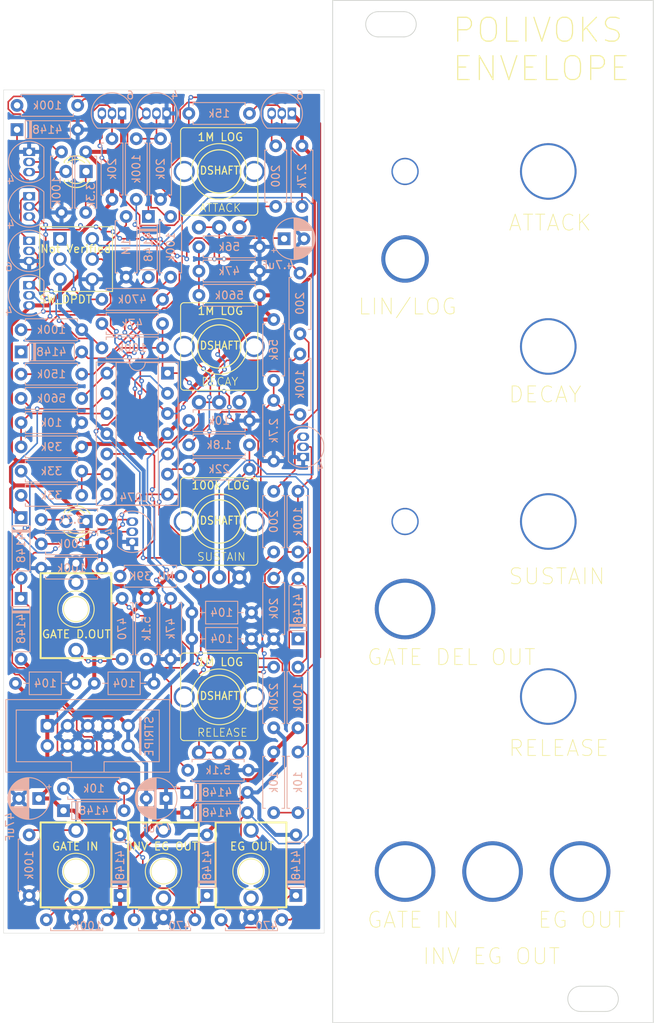
<source format=kicad_pcb>
(kicad_pcb (version 20240108) (generator "pcbnew") (generator_version "8.0")
  (layers (0 "F.Cu" signal) (31 "B.Cu" signal) (34 "B.Paste" user) (35 "F.Paste" user) (36 "B.SilkS" user "B.Silkscreen") (37 "F.SilkS" user "F.Silkscreen") (38 "B.Mask" user) (39 "F.Mask" user) (44 "Edge.Cuts" user))
  (net 0 "")
  (net 1 "GND")
  (net 2 "+12V")
  (net 3 "-12V")
  (net 4 "Net-(U1B-+)")
  (net 5 "Net-(D1-K)")
  (net 6 "Net-(D3-A)")
  (net 7 "Net-(D3-K)")
  (net 8 "Net-(D4-K)")
  (net 9 "Net-(D4-A)")
  (net 10 "Net-(D6-K)")
  (net 11 "Net-(D7-K)")
  (net 12 "Net-(D11-A)")
  (net 13 "Net-(D11-K)")
  (net 14 "Net-(D12-K)")
  (net 15 "Net-(D14-K)")
  (net 16 "Net-(D18-K)")
  (net 17 "Net-(J1-SIG)")
  (net 18 "Net-(J1-SW)")
  (net 19 "Net-(J2-SIG)")
  (net 21 "Net-(J4-SIG)")
  (net 23 "Net-(J5-SIG)")
  (net 25 "Net-(Q1-C)")
  (net 26 "Net-(Q1-B)")
  (net 27 "Net-(Q2-B)")
  (net 28 "Net-(Q3-E)")
  (net 29 "Net-(Q3-C)")
  (net 30 "Net-(Q4-B)")
  (net 31 "Net-(Q5-C)")
  (net 32 "Net-(Q5-B)")
  (net 33 "Net-(Q6-E)")
  (net 34 "Net-(Q6-B)")
  (net 35 "Net-(Q7-B)")
  (net 36 "Net-(Q8-B)")
  (net 37 "Net-(Q8-C)")
  (net 38 "Net-(R1-Pad1)")
  (net 39 "Net-(R2-Pad1)")
  (net 40 "Net-(R3-Pad1)")
  (net 41 "Net-(U1D-+)")
  (net 42 "Net-(R10-Pad2)")
  (net 43 "Net-(U1A--)")
  (net 44 "Net-(R16-Pad2)")
  (net 45 "Net-(SW1A-B)")
  (net 46 "Net-(R20-Pad2)")
  (net 47 "Net-(R24-Pad2)")
  (net 48 "Net-(U1C-+)")
  (net 49 "Net-(U1C--)")
  (net 50 "Net-(U1B--)")
  (net 51 "Net-(SW1B-A)")
  (footprint "Library:Pot_9mm_DShaft_RemovedPins4_5" (layer "F.Cu") (at 87.51 72.3 180)
    (property "Reference" "RV1" (hide yes))
    (property "Value" "1M LOG")
  )
  (footprint "Library:EighthInch_PJ398SM_3mmNPTH" (layer "F.Cu") (at 80.51 160.3 -90)
    (property "Reference" "J2" (hide yes))
    (property "Value" "INV EG OUT")
  )
  (footprint "Library:EighthInch_PJ398SM_3mmNPTH" (layer "F.Cu") (at 69.51 127.3 90)
    (property "Reference" "J4" (hide yes))
    (property "Value" "GATE D.OUT")
  )
  (footprint "PCM_4ms_Faceplate:Faceplate_Hole_Jack_3.5mm" (layer "F.Cu") (at 121.87 160.3)
    (property "Reference" "REF**" (hide yes))
    (property "Value" "GND" (hide yes))
  )
  (footprint "PCM_4ms_Faceplate:Faceplate_Hole_Pot_9mm" (layer "F.Cu") (at 128.87 94.3)
    (property "Reference" "REF**" (hide yes))
    (property "Value" "Faceplate_Hole_Pot_9mm" (hide yes))
  )
  (footprint "PCM_4ms_Faceplate:Faceplate_Hole_Jack_3.5mm" (layer "F.Cu") (at 110.87 127.3)
    (property "Reference" "REF**" (hide yes))
    (property "Value" "GND" (hide yes))
  )
  (footprint "PCM_4ms_Faceplate:Faceplate_Hole_Pot_9mm" (layer "F.Cu") (at 128.87 116.3)
    (property "Reference" "REF**" (hide yes))
    (property "Value" "Faceplate_Hole_Pot_9mm" (hide yes))
  )
  (footprint "PCM_4ms_Faceplate:Faceplate_Hole_LED_3mm" (layer "F.Cu") (at 110.87 116.3)
    (property "Reference" "REF**" (hide yes))
    (property "Value" "Faceplate_Hole_LED_3mm" (hide yes))
  )
  (footprint "PCM_4ms_LED:LED_3mm_C1A2" (layer "F.Cu") (at 69.51 72.3)
    (property "Reference" "D11" (hide yes))
    (property "Value" "GATE DELAY (YELLOW LED)" (hide yes))
  )
  (footprint "Library:EighthInch_PJ398SM_3mmNPTH" (layer "F.Cu") (at 69.51 160.3 -90)
    (property "Reference" "J1" (hide yes))
    (property "Value" "GATE IN")
  )
  (footprint "PCM_4ms_Faceplate:Faceplate_Rail_Mount_Slot" (layer "F.Cu") (at 134.5 176.3)
    (property "Reference" "REF**" (hide yes))
    (property "Value" "Rail_mount_slot" (hide yes))
    (fp_line (start -1.5875 -1.5875) (end 1.5875 -1.5875) (stroke (width 0.1)) (layer "Edge.Cuts"))
    (fp_line (start -1.5875 1.5875) (end 1.5875 1.5875) (stroke (width 0.1)) (layer "Edge.Cuts"))
    (fp_arc (start -1.5875 1.5875) (mid -3.175 0) (end -1.5875 -1.5875) (stroke (width 0.1)) (layer "Edge.Cuts"))
    (fp_arc (start 1.5875 -1.5875) (mid 3.175 0) (end 1.5875 1.5875) (stroke (width 0.1)) (layer "Edge.Cuts"))
  )
  (footprint "Library:Pot_9mm_DShaft_RemovedPins4_5" (layer "F.Cu") (at 87.51 116.3 180)
    (property "Reference" "RV4" (hide yes))
    (property "Value" "100k LOG")
  )
  (footprint "Library:Pot_9mm_DShaft_RemovedPins4_5" (layer "F.Cu") (at 87.51 94.3 180)
    (property "Reference" "RV2" (hide yes))
    (property "Value" "1M LOG")
  )
  (footprint "PCM_4ms_LED:LED_3mm_C1A2" (layer "F.Cu") (at 69.51 116.3)
    (property "Reference" "D18" (hide yes))
    (property "Value" "EG OUT (YELLOW LED)" (hide yes))
  )
  (footprint "Library:Pot_9mm_DShaft_RemovedPins4_5" (layer "F.Cu") (at 87.51 138.34 180)
    (property "Reference" "RV3" (hide yes))
    (property "Value" "1M LOG")
  )
  (footprint "PCM_4ms_Faceplate:Faceplate_Hole_Pot_9mm" (layer "F.Cu") (at 128.87 138.3)
    (property "Reference" "REF**" (hide yes))
    (property "Value" "Faceplate_Hole_Pot_9mm" (hide yes))
  )
  (footprint "PCM_4ms_Faceplate:Faceplate_Rail_Mount_Slot" (layer "F.Cu") (at 109.1 53.8)
    (property "Reference" "REF**" (hide yes))
    (property "Value" "Rail_mount_slot" (hide yes))
    (fp_line (start -1.5875 -1.5875) (end 1.5875 -1.5875) (stroke (width 0.1)) (layer "Edge.Cuts"))
    (fp_line (start -1.5875 1.5875) (end 1.5875 1.5875) (stroke (width 0.1)) (layer "Edge.Cuts"))
    (fp_arc (start -1.5875 1.5875) (mid -3.175 0) (end -1.5875 -1.5875) (stroke (width 0.1)) (layer "Edge.Cuts"))
    (fp_arc (start 1.5875 -1.5875) (mid 3.175 0) (end 1.5875 1.5875) (stroke (width 0.1)) (layer "Edge.Cuts"))
  )
  (footprint "Library:EighthInch_PJ398SM_3mmNPTH" (layer "F.Cu") (at 91.51 160.3 -90)
    (property "Reference" "J5" (hide yes))
    (property "Value" "EG OUT")
  )
  (footprint "PCM_4ms_Switch:Switch_Toggle_DPDT_SubMini" (layer "F.Cu") (at 69.51 83.3)
    (property "Reference" "SW_DPDT")
    (property "Value" "SW_DPDT_x2" (hide yes))
  )
  (footprint "PCM_4ms_Faceplate:Faceplate_Hole_SubMini_Toggle" (layer "F.Cu") (at 110.87 83.3)
    (property "Reference" "REF**" (hide yes))
    (property "Value" "Faceplate_Hole_SubMini_Toggle" (hide yes))
  )
  (footprint "PCM_4ms_Faceplate:Faceplate_Hole_LED_3mm" (layer "F.Cu") (at 110.87 72.3)
    (property "Reference" "REF**" (hide yes))
    (property "Value" "Faceplate_Hole_LED_3mm" (hide yes))
  )
  (footprint "PCM_4ms_Faceplate:Faceplate_Hole_Jack_3.5mm" (layer "F.Cu") (at 110.87 160.3)
    (property "Reference" "REF**" (hide yes))
    (property "Value" "GND" (hide yes))
  )
  (footprint "PCM_4ms_Faceplate:Faceplate_Hole_Pot_9mm" (layer "F.Cu") (at 128.87 72.3)
    (property "Reference" "REF**" (hide yes))
    (property "Value" "Faceplate_Hole_Pot_9mm" (hide yes))
  )
  (footprint "PCM_4ms_Faceplate:Faceplate_Hole_Jack_3.5mm" (layer "F.Cu") (at 132.87 160.3)
    (property "Reference" "REF**" (hide yes))
    (property "Value" "GND" (hide yes))
  )
  (footprint "Resistor_THT:R_Axial_DIN0207_L6.3mm_D2.5mm_P7.62mm_Horizontal" (layer "B.Cu") (at 70.738 69.838 -90)
    (property "Reference" "R40" (hide yes))
    (property "Value" "3.3k")
  )
  (footprint "Resistor_THT:R_Axial_DIN0207_L6.3mm_D2.5mm_P7.62mm_Horizontal" (layer "B.Cu") (at 73.405 166.358 180)
    (property "Reference" "R5" (hide yes))
    (property "Value" "100k")
  )
  (footprint "Package_DIP:DIP-14_W7.62mm_Socket" (layer "B.Cu") (at 81.015 97.651 180)
    (property "Reference" "U1" (hide yes))
    (property "Value" "TL074")
  )
  (footprint "Library:D_DO-35_SOD27_P7.62mm_Horizontal_Widened_No_K" (layer "B.Cu") (at 62.61 94.984)
    (property "Reference" "D5" (hide yes))
    (property "Value" "4148")
  )
  (footprint "Resistor_THT:R_Axial_DIN0207_L6.3mm_D2.5mm_P7.62mm_Horizontal" (layer "B.Cu") (at 62.61 97.778)
    (property "Reference" "R20" (hide yes))
    (property "Value" "150k")
  )
  (footprint "Resistor_THT:R_Axial_DIN0207_L6.3mm_D2.5mm_P7.62mm_Horizontal" (layer "B.Cu") (at 83.565 147.562)
    (property "Reference" "R23" (hide yes))
    (property "Value" "5.1k")
  )
  (footprint "Package_TO_SOT_THT:TO-92_Inline" (layer "B.Cu") (at 98.064 108.192 90)
    (property "Reference" "Q5" (hide yes))
    (property "Value" "4")
  )
  (footprint "Capacitor_THT:C_Axial_L3.8mm_D2.6mm_P7.50mm_Horizontal" (layer "B.Cu") (at 91.573 131.052 180)
    (property "Reference" "C6" (hide yes))
    (property "Value" "104")
  )
  (footprint "Package_TO_SOT_THT:TO-92_Inline" (layer "B.Cu") (at 63.626 69.838 -90)
    (property "Reference" "Q4" (hide yes))
    (property "Value" "4")
  )
  (footprint "Resistor_THT:R_Axial_DIN0207_L6.3mm_D2.5mm_P7.62mm_Horizontal" (layer "B.Cu") (at 75.31 133.592 90)
    (property "Reference" "R41" (hide yes))
    (property "Value" "470")
  )
  (footprint "Resistor_THT:R_Axial_DIN0207_L6.3mm_D2.5mm_P7.62mm_Horizontal" (layer "B.Cu") (at 97.662 92.698 90)
    (property "Reference" "R2" (hide yes))
    (property "Value" "200")
  )
  (footprint "Resistor_THT:R_Axial_DIN0207_L6.3mm_D2.5mm_P7.62mm_Horizontal" (layer "B.Cu") (at 97.408 145.276 -90)
    (property "Reference" "R28" (hide yes))
    (property "Value" "10k")
  )
  (footprint "Library:D_DO-35_SOD27_P7.62mm_Horizontal_Widened_No_K" (layer "B.Cu") (at 67.944 152.642)
    (property "Reference" "D2" (hide yes))
    (property "Value" "4148")
  )
  (footprint "Resistor_THT:R_Axial_DIN0207_L6.3mm_D2.5mm_P7.62mm_Horizontal" (layer "B.Cu") (at 94.36 145.276 -90)
    (property "Reference" "R16" (hide yes))
    (property "Value" "10k")
  )
  (footprint "Library:D_DO-35_SOD27_P7.62mm_Horizontal_Widened_No_K" (layer "B.Cu") (at 83.438 152.896)
    (property "Reference" "D15" (hide yes))
    (property "Value" "4148")
  )
  (footprint "Resistor_THT:R_Axial_DIN0207_L6.3mm_D2.5mm_P7.62mm_Horizontal" (layer "B.Cu") (at 74.04 75.807 90)
    (property "Reference" "R13" (hide yes))
    (property "Value" "20k")
  )
  (footprint "Resistor_THT:R_Axial_DIN0207_L6.3mm_D2.5mm_P7.62mm_Horizontal" (layer "B.Cu") (at 97.916 69.076 -90)
    (property "Reference" "R17" (hide yes))
    (property "Value" "2.7k")
  )
  (footprint "Library:IDC-Header_2x05_P2.54mm_Vertical_Euro_Power_Striped_ThickerText" (layer "B.Cu") (at 65.912 141.974 -90)
    (property "Reference" "J3" (hide yes))
    (property "Value" "Eurorack_Power_10pin_Unshrouded" (hide yes))
  )
  (footprint "Resistor_THT:R_Axial_DIN0207_L6.3mm_D2.5mm_P7.62mm_Horizontal" (layer "B.Cu") (at 94.36 131.052 90)
    (property "Reference" "R22" (hide yes))
    (property "Value" "20k")
  )
  (footprint "Library:D_DO-35_SOD27_P7.62mm_Horizontal_Widened_No_K" (layer "B.Cu") (at 78.612 77.966 -90)
    (property "Reference" "D3" (hide yes))
    (property "Value" "4148")
  )
  (footprint "Resistor_THT:R_Axial_DIN0207_L6.3mm_D2.5mm_P7.62mm_Horizontal" (layer "B.Cu") (at 94.36 90.92 -90)
    (property "Reference" "R30" (hide yes))
    (property "Value" "56k")
  )
  (footprint "Resistor_THT:R_Axial_DIN0207_L6.3mm_D2.5mm_P7.62mm_Horizontal" (layer "B.Cu") (at 78.358 125.972 -90)
    (property "Reference" "R14" (hide yes))
    (property "Value" "5.1k")
  )
  (footprint "Resistor_THT:R_Axial_DIN0207_L6.3mm_D2.5mm_P7.62mm_Horizontal" (layer "B.Cu") (at 91.312 106.668 180)
    (property "Reference" "R32" (hide yes))
    (property "Value" "1.8k")
  )
  (footprint "Resistor_THT:R_Axial_DIN0207_L6.3mm_D2.5mm_P7.62mm_Horizontal" (layer "B.Cu") (at 67.69 69.838 -90)
    (property "Reference" "R38" (hide yes))
    (property "Value" "100k")
  )
  (footprint "Library:D_DO-35_SOD27_P7.62mm_Horizontal_Widened_No_K" (layer "B.Cu") (at 83.438 150.356)
    (property "Reference" "D1" (hide yes))
    (property "Value" "4148")
  )
  (footprint "Resistor_THT:R_Axial_DIN0207_L6.3mm_D2.5mm_P7.62mm_Horizontal" (layer "B.Cu") (at 75.818 85.586 90)
    (property "Reference" "R25" (hide yes))
    (property "Value" "1M")
  )
  (footprint "Package_TO_SOT_THT:TO-92_Inline" (layer "B.Cu") (at 76.58 118.86 90)
    (property "Reference" "Q1" (hide yes))
    (property "Value" "4")
  )
  (footprint "Package_TO_SOT_THT:TO-92_Inline" (layer "B.Cu") (at 75.31 65.012 180)
    (property "Reference" "Q7" (hide yes))
    (property "Value" "6")
  )
  (footprint "Resistor_THT:R_Axial_DIN0207_L6.3mm_D2.5mm_P7.62mm_Horizontal" (layer "B.Cu") (at 83.692 103.62)
    (property "Reference" "R33" (hide yes))
    (property "Value" "10k")
  )
  (footprint "Package_TO_SOT_THT:TO-92_Inline" (layer "B.Cu") (at 63.626 86.602 -90)
    (property "Reference" "Q6" (hide yes))
    (property "Value" "4")
  )
  (footprint "Capacitor_THT:CP_Radial_D5.0mm_P2.50mm" (layer "B.Cu") (at 95.67 80.76)
    (property "Reference" "C7" (hide yes))
    (property "Value" "4.7uF")
  )
  (footprint "Library:D_DO-35_SOD27_P7.62mm_Horizontal_Widened_No_K" (layer "B.Cu") (at 62.61 125.972 -90)
    (property "Reference" "D12" (hide yes))
    (property "Value" "4148")
  )
  (footprint "Resistor_THT:R_Axial_DIN0207_L6.3mm_D2.5mm_P7.62mm_Horizontal" (layer "B.Cu") (at 72.77 119.114 180)
    (property "Reference" "R48" (hide yes))
    (property "Value" "100k")
  )
  (footprint "Resistor_THT:R_Axial_DIN0207_L6.3mm_D2.5mm_P7.62mm_Horizontal" (layer "B.Cu") (at 63.626 163.31 90)
    (property "Reference" "R6" (hide yes))
    (property "Value" "100k")
  )
  (footprint "Resistor_THT:R_Axial_DIN0207_L6.3mm_D2.5mm_P7.62mm_Horizontal" (layer "B.Cu") (at 94.614 76.696 90)
    (property "Reference" "R1" (hide yes))
    (property "Value" "200")
  )
  (footprint "Package_TO_SOT_THT:TO-92_Inline" (layer "B.Cu") (at 63.626 75.426 -90)
    (property "Reference" "Q3" (hide yes))
    (property "Value" "4")
  )
  (footprint "Capacitor_THT:CP_Radial_D5.0mm_P2.50mm" (layer "B.Cu") (at 64.831113 151.118 180)
    (property "Reference" "C2" (hide yes))
    (property "Value" "47uF")
  )
  (footprint "Resistor_THT:R_Axial_DIN0207_L6.3mm_D2.5mm_P7.62mm_Horizontal" (layer "B.Cu") (at 80.39 94.476 180)
    (property "Reference" "R27" (hide yes))
    (property "Value" "100k")
  )
  (footprint "Package_TO_SOT_THT:TO-92_Inline" (layer "B.Cu") (at 96.646 65.012 180)
    (property "Reference" "Q8" (hide yes))
    (property "Value" "6")
  )
  (footprint "Resistor_THT:R_Axial_DIN0207_L6.3mm_D2.5mm_P7.62mm_Horizontal" (layer "B.Cu") (at 81.406 77.966 -90)
    (property "Reference" "R39" (hide yes))
    (property "Value" "100k")
  )
  (footprint "Resistor_THT:R_Axial_DIN0207_L6.3mm_D2.5mm_P7.62mm_Horizontal" (layer "B.Cu") (at 81.406 125.972 -90)
    (property "Reference" "R42" (hide yes))
    (property "Value" "47k")
  )
  (footprint "Capacitor_THT:CP_Radial_D5.0mm_P2.50mm" (layer "B.Cu") (at 80.833113 151.118 180)
    (property "Reference" "C4" (hide yes))
    (property "Value" "47uF")
  )
  (footprint "Resistor_THT:R_Axial_DIN0207_L6.3mm_D2.5mm_P7.62mm_Horizontal" (layer "B.Cu") (at 62.61 100.826)
    (property "Reference" "R7" (hide yes))
    (property "Value" "560k")
  )
  (footprint "Resistor_THT:R_Axial_DIN0207_L6.3mm_D2.5mm_P7.62mm_Horizontal" (layer "B.Cu") (at 95.376 166.358 180)
    (property "Reference" "R44" (hide yes))
    (property "Value" "470")
  )
  (footprint "Resistor_THT:R_Axial_DIN0207_L6.3mm_D2.5mm_P7.62mm_Horizontal" (layer "B.Cu") (at 84.962 81.776)
    (property "Reference" "R51" (hide yes))
    (property "Value" "56k")
  )
  (footprint "Resistor_THT:R_Axial_DIN0207_L6.3mm_D2.5mm_P7.62mm_Horizontal" (layer "B.Cu") (at 62.102 63.996)
    (property "Reference" "R12" (hide yes))
    (property "Value" "100k")
  )
  (footprint "Resistor_THT:R_Axial_DIN0207_L6.3mm_D2.5mm_P7.62mm_Horizontal" (layer "B.Cu") (at 80.39 88.38 180)
    (property "Reference" "R19" (hide yes))
    (property "Value" "470k")
  )
  (footprint "Resistor_THT:R_Axial_DIN0207_L6.3mm_D2.5mm_P7.62mm_Horizontal" (layer "B.Cu") (at 94.36 134.608 -90)
    (property "Reference" "R43" (hide yes))
    (property "Value" "220k")
  )
  (footprint "Resistor_THT:R_Axial_DIN0207_L6.3mm_D2.5mm_P7.62mm_Horizontal" (layer "B.Cu") (at 70.23 106.922 180)
    (property "Reference" "R9" (hide yes))
    (property "Value" "39k")
  )
  (footprint "Library:D_DO-35_SOD27_P7.62mm_Horizontal_Widened_No_K" (layer "B.Cu") (at 97.408 131.052 90)
    (property "Reference" "D4" (hide yes))
    (property "Value" "4148")
  )
  (footprint "Resistor_THT:R_Axial_DIN0207_L6.3mm_D2.5mm_P7.62mm_Horizontal" (layer "B.Cu") (at 97.662 95.238 -90)
    (property "Reference" "R24" (hide yes))
    (property "Value" "100k")
  )
  (footprint "Resistor_THT:R_Axial_DIN0207_L6.3mm_D2.5mm_P7.62mm_Horizontal" (layer "B.Cu") (at 75.056 123.178)
    (property "Reference" "R34" (hide yes))
    (property "Value" " NU 39K")
  )
  (footprint "Capacitor_THT:C_Axial_L3.8mm_D2.6mm_P7.50mm_Horizontal" (layer "B.Cu") (at 91.573 127.75 180)
    (property "Reference" "C5" (hide yes))
    (property "Value" "104")
  )
  (footprint "Resistor_THT:R_Axial_DIN0207_L6.3mm_D2.5mm_P7.62mm_Horizontal" (layer "B.Cu") (at 94.36 101.08 -90)
    (property "Reference" "R31" (hide yes))
    (property "Value" "2.7k")
  )
  (footprint "Package_TO_SOT_THT:TO-92_Inline" (layer "B.Cu") (at 63.626 81.014 -90)
    (property "Reference" "Q9" (hide yes))
    (property "Value" "6")
  )
  (footprint "Resistor_THT:R_Axial_DIN0207_L6.3mm_D2.5mm_P7.62mm_Horizontal" (layer "B.Cu") (at 84.454 166.358 180)
    (property "Reference" "R37" (hide yes))
    (property "Value" "470")
  )
  (footprint "Resistor_THT:R_Axial_DIN0207_L6.3mm_D2.5mm_P7.62mm_Horizontal" (layer "B.Cu") (at 97.408 112.51 -90)
    (property "Reference" "R21" (hide yes))
    (property "Value" "100k")
  )
  (footprint "Resistor_THT:R_Axial_DIN0207_L6.3mm_D2.5mm_P7.62mm_Horizontal" (layer "B.Cu") (at 70.23 109.97 180)
    (property "Reference" "R36" (hide yes))
    (property "Value" "33k")
  )
  (footprint "Resistor_THT:R_Axial_DIN0207_L6.3mm_D2.5mm_P7.62mm_Horizontal" (layer "B.Cu") (at 67.944 149.848)
    (property "Reference" "R4" (hide yes))
    (property "Value" "10k")
  )
  (footprint "Library:D_DO-35_SOD27_P7.62mm_Horizontal_Widened_No_K" (layer "B.Cu") (at 97.154 163.31 90)
    (property "Reference" "D14" (hide yes))
    (property "Value" "4148")
  )
  (footprint "Resistor_THT:R_Axial_DIN0207_L6.3mm_D2.5mm_P7.62mm_Horizontal" (layer "B.Cu") (at 62.61 92.19)
    (property "Reference" "R26" (hide yes))
    (property "Value" "100k")
  )
  (footprint "Resistor_THT:R_Axial_DIN0207_L6.3mm_D2.5mm_P7.62mm_Horizontal" (layer "B.Cu") (at 80.39 91.428 180)
    (property "Reference" "R29" (hide yes))
    (property "Value" "47k")
  )
  (footprint "Resistor_THT:R_Axial_DIN0207_L6.3mm_D2.5mm_P7.62mm_Horizontal" (layer "B.Cu") (at 94.36 120.13 90)
    (property "Reference" "R3" (hide yes))
    (property "Value" "200")
  )
  (footprint "Resistor_THT:R_Axial_DIN0207_L6.3mm_D2.5mm_P7.62mm_Horizontal" (layer "B.Cu") (at 83.692 109.716)
    (property "Reference" "R45" (hide yes))
    (property "Value" "22k")
  )
  (footprint "Resistor_THT:R_Axial_DIN0207_L6.3mm_D2.5mm_P7.62mm_Horizontal" (layer "B.Cu") (at 80.136 75.807 90)
    (property "Reference" "R11" (hide yes))
    (property "Value" "20k")
  )
  (footprint "Library:D_DO-35_SOD27_P7.62mm_Horizontal_Widened_No_K" (layer "B.Cu") (at 62.102 67.044)
    (property "Reference" "D6" (hide yes))
    (property "Value" "4148")
  )
  (footprint "Resistor_THT:R_Axial_DIN0207_L6.3mm_D2.5mm_P7.62mm_Horizontal" (layer "B.Cu") (at 72.77 122.162 180)
    (property "Reference" "R47" (hide yes))
    (property "Value" "100k")
  )
  (footprint "Resistor_THT:R_Axial_DIN0207_L6.3mm_D2.5mm_P7.62mm_Horizontal" (layer "B.Cu") (at 62.61 113.018)
    (property "Reference" "R35" (hide yes))
    (property "Value" "33k")
  )
  (footprint "Resistor_THT:R_Axial_DIN0207_L6.3mm_D2.5mm_P7.62mm_Horizontal" (layer "B.Cu") (at 91.312 65.012 180)
    (property "Reference" "R18" (hide yes))
    (property "Value" "15k")
  )
  (footprint "Resistor_THT:R_Axial_DIN0207_L6.3mm_D2.5mm_P7.62mm_Horizontal" (layer "B.Cu") (at 65.15 116.066)
    (property "Reference" "R46" (hide yes))
    (property "Value" "3.3k")
  )
  (footprint "Capacitor_THT:C_Axial_L3.8mm_D2.6mm_P7.50mm_Horizontal" (layer "B.Cu") (at 71.814 136.64)
    (property "Reference" "C3" (hide yes))
    (property "Value" "104")
  )
  (footprint "Library:D_DO-35_SOD27_P7.62mm_Horizontal_Widened_No_K" (layer "B.Cu") (at 85.978 163.31 90)
    (property "Reference" "D7" (hide yes))
    (property "Value" "4148")
  )
  (footprint "Resistor_THT:R_Axial_DIN0207_L6.3mm_D2.5mm_P7.62mm_Horizontal" (layer "B.Cu") (at 84.962 84.824)
    (property "Reference" "R50" (hide yes))
    (property "Value" "47k")
  )
  (footprint "Capacitor_THT:C_Axial_L3.8mm_D2.6mm_P7.50mm_Horizontal" (layer "B.Cu") (at 61.908 136.64)
    (property "Reference" "C1" (hide yes))
    (property "Value" "104")
  )
  (footprint "Resistor_THT:R_Axial_DIN0207_L6.3mm_D2.5mm_P7.62mm_Horizontal" (layer "B.Cu") (at 92.582 87.872 180)
    (property "Reference" "R49" (hide yes))
    (property "Value" "560k")
  )
  (footprint "Resistor_THT:R_Axial_DIN0207_L6.3mm_D2.5mm_P7.62mm_Horizontal" (layer "B.Cu") (at 77.088 68.187 -90)
    (property "Reference" "R10" (hide yes))
    (property "Value" "100k")
  )
  (footprint "Package_TO_SOT_THT:TO-92_Inline" (layer "B.Cu") (at 80.898 65.012 180)
    (property "Reference" "Q2" (hide yes))
    (property "Value" "4")
  )
  (footprint "Resistor_THT:R_Axial_DIN0207_L6.3mm_D2.5mm_P7.62mm_Horizontal" (layer "B.Cu") (at 70.23 103.874 180)
    (property "Reference" "R8" (hide yes))
    (property "Value" "10k")
  )
  (footprint "Library:D_DO-35_SOD27_P7.62mm_Horizontal_Widened_No_K" (layer "B.Cu") (at 75.056 163.31 90)
    (property "Reference" "D8" (hide yes))
    (property "Value" "4148")
  )
  (footprint "Library:D_DO-35_SOD27_P7.62mm_Horizontal_Widened_No_K" (layer "B.Cu") (at 62.61 115.812 -90)
    (property "Reference" "D13" (hide yes))
    (property "Value" "4148")
  )
  (footprint "Resistor_THT:R_Axial_DIN0207_L6.3mm_D2.5mm_P7.62mm_Horizontal" (layer "B.Cu") (at 97.408 142.228 90)
    (property "Reference" "R15" (hide yes))
    (property "Value" "100k")
  )
  (gr_rect (start 60.41 62.05) (end 100.71 168.05) (stroke (width 0.05)) (fill none) (layer "Edge.Cuts"))
  (gr_rect (start 101.77 50.8) (end 142.07 179.3) (stroke (width 0.1)) (fill none) (layer "Edge.Cuts"))
  (gr_text "POLIVOKS\nENVELOPE" (at 116.678 61.124 0) (layer "F.SilkS") (effects (font (size 3 3)) (justify left bottom)))
  (gr_text " RELEASE" (at 83.912 143.42 0) (layer "F.SilkS") (effects (font (size 1 1) (thickness 0.1)) (justify left bottom)))
  (gr_text "EG OUT" (at 127.473 167.55 0) (layer "F.SilkS") (effects (font (size 2 2) (thickness 0.1)) (justify left bottom)))
  (gr_text "DECAY" (at 123.79 101.51 0) (layer "F.SilkS") (effects (font (size 2 2) (thickness 0.1)) (justify left bottom)))
  (gr_text "SUSTAIN\n" (at 123.79 124.37 0) (layer "F.SilkS") (effects (font (size 2 2) (thickness 0.1)) (justify left bottom)))
  (gr_text "RELEASE" (at 123.79 145.96 0) (layer "F.SilkS") (effects (font (size 2 2) (thickness 0.1)) (justify left bottom)))
  (gr_text " ATTACK" (at 84.2 77.458 0) (layer "F.SilkS") (effects (font (size 1 1) (thickness 0.1)) (justify left bottom)))
  (gr_text " DECAY" (at 84.454 99.302 0) (layer "F.SilkS") (effects (font (size 1 1) (thickness 0.1)) (justify left bottom)))
  (gr_text "SUSTAIN" (at 84.674 121.322 0) (layer "F.SilkS") (effects (font (size 1 1) (thickness 0.1)) (justify left bottom)))
  (gr_text "LIN/LOG" (at 104.867 90.461 0) (layer "F.SilkS") (effects (font (size 2 2) (thickness 0.1)) (justify left bottom)))
  (gr_text "INV EG OUT" (at 112.995 172.122 0) (layer "F.SilkS") (effects (font (size 2 2) (thickness 0.1)) (justify left bottom)))
  (gr_text "GATE IN" (at 106.01 167.55 0) (layer "F.SilkS") (effects (font (size 2 2) (thickness 0.1)) (justify left bottom)))
  (gr_text "ATTACK" (at 123.79 79.92 0) (layer "F.SilkS") (effects (font (size 2 2) (thickness 0.1)) (justify left bottom)))
  (gr_text "GATE DEL OUT" (at 106.01 134.53 0) (layer "F.SilkS") (effects (font (size 2 2) (thickness 0.1)) (justify left bottom)))
  (segment (start 78.358 125.972) (end 81.152 123.178) (width 0.5) (layer "F.Cu") (net 2))
  (segment (start 92.582 87.872) (end 92.582 89.142) (width 0.5) (layer "F.Cu") (net 2))
  (segment (start 62.092233 108.72) (end 61.34 107.967767) (width 0.5) (layer "F.Cu") (net 2))
  (segment (start 76.814 124.428) (end 73.268233 124.428) (width 0.5) (layer "F.Cu") (net 2))
  (segment (start 81.152 123.178) (end 82.676 123.178) (width 0.5) (layer "F.Cu") (net 2))
  (segment (start 66.051478 89.142) (end 69.854116 85.339362) (width 0.5) (layer "F.Cu") (net 2))
  (segment (start 62.61 115.812) (end 61.36 114.562) (width 0.5) (layer "F.Cu") (net 2))
  (segment (start 61.36 112.236) (end 61.828 111.768) (width 0.5) (layer "F.Cu") (net 2))
  (segment (start 97.916 66.282) (end 96.646 65.012) (width 0.5) (layer "F.Cu") (net 2))
  (segment (start 91.702767 148.812) (end 94.36 146.154767) (width 0.5) (layer "F.Cu") (net 2))
  (segment (start 70.9252 116.4452) (end 70.78 116.3) (width 0.5) (layer "F.Cu") (net 2))
  (segment (start 67.944 152.642) (end 69.244 152.642) (width 0.5) (layer "F.Cu") (net 2))
  (segment (start 65.912 144.514) (end 65.912 150.037113) (width 0.5) (layer "F.Cu") (net 2))
  (segment (start 65.912 141.974) (end 65.912 144.514) (width 0.5) (layer "F.Cu") (net 2))
  (segment (start 68.432 108.72) (end 62.092233 108.72) (width 0.5) (layer "F.Cu") (net 2))
  (segment (start 74.04 73.14) (end 70.738 69.838) (width 0.5) (layer "F.Cu") (net 2))
  (segment (start 70.23 106.922) (end 68.432 108.72) (width 0.5) (layer "F.Cu") (net 2))
  (segment (start 87.522 148.812) (end 91.702767 148.812) (width 0.5) (layer "F.Cu") (net 2))
  (segment (start 65.912 141.974) (end 66.48 141.974) (width 0.5) (layer "F.Cu") (net 2))
  (segment (start 83.438 152.896) (end 87.522 148.812) (width 0.5) (layer "F.Cu") (net 2))
  (segment (start 61.36 114.562) (end 61.36 112.236) (width 0.5) (layer "F.Cu") (net 2))
  (segment (start 96.646 87.872) (end 92.582 87.872) (width 0.5) (layer "F.Cu") (net 2))
  (segment (start 61.34 111.28) (end 61.828 111.768) (width 0.5) (layer "F.Cu") (net 2))
  (segment (start 75.056 158.454) (end 75.056 163.31) (width 0.5) (layer "F.Cu") (net 2))
  (segment (start 94.36 146.154767) (end 94.36 145.276) (width 0.5) (layer "F.Cu") (net 2))
  (segment (start 74.04 75.807) (end 74.04 73.14) (width 0.5) (layer "F.Cu") (net 2))
  (segment (start 71.814 132.516) (end 78.358 125.972) (width 0.5) (layer "F.Cu") (net 2))
  (segment (start 61.34 109.472233) (end 61.34 111.28) (width 0.5) (layer "F.Cu") (net 2))
  (segment (start 61.34 107.967767) (end 61.34 91.692233) (width 0.5) (layer "F.Cu") (net 2))
  (segment (start 65.912 141.974) (end 65.912 140.644) (width 0.5) (layer "F.Cu") (net 2))
  (segment (start 71.814 136.64) (end 71.814 132.516) (width 0.5) (layer "F.Cu") (net 2))
  (segment (start 61.34 91.692233) (end 63.626 89.406233) (width 0.5) (layer "F.Cu") (net 2))
  (segment (start 70.738 69.838) (end 74.294 69.838) (width 0.5) (layer "F.Cu") (net 2))
  (segment (start 80.705604 152.896) (end 75.147604 158.454) (width 0.5) (layer "F.Cu") (net 2))
  (segment (start 97.916 69.076) (end 97.916 66.282) (width 0.5) (layer "F.Cu") (net 2))
  (segment (start 94.36 145.276) (end 97.408 142.228) (width 0.5) (layer "F.Cu") (net 2))
  (segment (start 70.591 106.561) (end 70.23 106.922) (width 0.5) (layer "F.Cu") (net 2))
  (segment (start 73.268233 124.428) (end 70.9252 122.084967) (width 0.5) (layer "F.Cu") (net 2))
  (segment (start 69.854116 85.339362) (end 69.854116 80.373884) (width 0.5) (layer "F.Cu") (net 2))
  (segment (start 81.015 105.271) (end 79.725 106.561) (width 0.5) (layer "F.Cu") (net 2))
  (segment (start 75.31 68.822) (end 75.31 65.012) (width 0.5) (layer "F.Cu") (net 2))
  (segment (start 75.056 164.707) (end 73.405 166.358) (width 0.5) (layer "F.Cu") (net 2))
  (segment (start 74.04 76.188) (end 74.04 75.807) (width 0.5) (layer "F.Cu") (net 2))
  (segment (start 81.015 105.271) (end 82.265 104.021) (width 0.5) (layer "F.Cu") (net 2))
  (segment (start 65.912 150.037113) (end 64.831113 151.118) (width 0.5) (layer "F.Cu") (net 2))
  (segment (start 70.9252 122.084967) (end 70.9252 116.4452) (width 0.5) (layer "F.Cu") (net 2))
  (segment (start 75.056 163.31) (end 75.056 164.707) (width 0.5) (layer "F.Cu") (net 2))
  (segment (start 63.626 89.142) (end 66.051478 89.142) (width 0.5) (layer "F.Cu") (net 2))
  (segment (start 99.42 70.58) (end 99.42 85.098) (width 0.5) (layer "F.Cu") (net 2))
  (segment (start 75.147604 158.454) (end 75.056 158.454) (width 0.5) (layer "F.Cu") (net 2))
  (segment (start 82.265 104.021) (end 82.265 101.418956) (width 0.5) (layer "F.Cu") (net 2))
  (segment (start 82.265 101.418956) (end 92.763956 90.92) (width 0.5) (layer "F.Cu") (net 2))
  (segment (start 63.626 89.406233) (end 63.626 89.142) (width 0.5) (layer "F.Cu") (net 2))
  (segment (start 92.763956 90.92) (end 94.36 90.92) (width 0.5) (layer "F.Cu") (net 2))
  (segment (start 66.42 151.118) (end 67.944 152.642) (width 0.5) (layer "F.Cu") (net 2))
  (segment (start 65.912 140.644) (end 61.908 136.64) (width 0.5) (layer "F.Cu") (net 2))
  (segment (start 69.244 152.642) (end 75.056 158.454) (width 0.5) (layer "F.Cu") (net 2))
  (segment (start 66.248 111.768) (end 70.78 116.3) (width 0.5) (layer "F.Cu") (net 2))
  (segment (start 69.854116 80.373884) (end 74.04 76.188) (width 0.5) (layer "F.Cu") (net 2))
  (segment (start 97.916 69.076) (end 99.42 70.58) (width 0.5) (layer "F.Cu") (net 2))
  (segment (start 79.725 106.561) (end 70.591 106.561) (width 0.5) (layer "F.Cu") (net 2))
  (segment (start 62.092233 108.72) (end 61.34 109.472233) (width 0.5) (layer "F.Cu") (net 2))
  (segment (start 74.294 69.838) (end 75.31 68.822) (width 0.5) (layer "F.Cu") (net 2))
  (segment (start 61.828 111.768) (end 66.248 111.768) (width 0.5) (layer "F.Cu") (net 2))
  (segment (start 64.831113 151.118) (end 66.42 151.118) (width 0.5) (layer "F.Cu") (net 2))
  (segment (start 92.582 89.142) (end 94.36 90.92) (width 0.5) (layer "F.Cu") (net 2))
  (segment (start 83.438 152.896) (end 80.705604 152.896) (width 0.5) (layer "F.Cu") (net 2))
  (segment (start 99.42 85.098) (end 96.646 87.872) (width 0.5) (layer "F.Cu") (net 2))
  (segment (start 78.358 125.972) (end 76.814 124.428) (width 0.5) (layer "F.Cu") (net 2))
  (segment (start 66.48 141.974) (end 65.912 141.974) (width 0.5) (layer "B.Cu") (net 2))
  (segment (start 71.814 136.64) (end 66.48 141.974) (width 0.5) (layer "B.Cu") (net 2))
  (segment (start 69.692 140.674) (end 74.772 140.674) (width 0.5) (layer "F.Cu") (net 3))
  (segment (start 62.61 133.592) (end 69.692 140.674) (width 0.5) (layer "F.Cu") (net 3))
  (segment (start 85.978 155.436) (end 85.978 155.69) (width 0.5) (layer "F.Cu") (net 3))
  (segment (start 91.058 150.356) (end 85.978 155.436) (width 0.5) (layer "F.Cu") (net 3))
  (segment (start 74.772 140.674) (end 76.072 141.974) (width 0.5) (layer "F.Cu") (net 3))
  (segment (start 78.019 113.937109) (end 78.019 109.895) (width 0.5) (layer "B.Cu") (net 3))
  (segment (start 78.333113 146.775113) (end 76.072 144.514) (width 0.5) (layer "B.Cu") (net 3))
  (segment (start 95.723 143.591) (end 94.36 142.228) (width 0.5) (layer "B.Cu") (net 3))
  (segment (start 92.343 150.356) (end 95.723 146.976) (width 0.5) (layer "B.Cu") (net 3))
  (segment (start 70.23 92.19) (end 71.48 93.44) (width 0.5) (layer "B.Cu") (net 3))
  (segment (start 78.705 121.25063) (end 78.705 114.623109) (width 0.5) (layer "B.Cu") (net 3))
  (segment (start 85.978 155.69) (end 83.732 155.69) (width 0.5) (layer "B.Cu") (net 3))
  (segment (start 76.072 144.514) (end 76.072 141.974) (width 0.5) (layer "B.Cu") (net 3))
  (segment (start 76.072 141.974) (end 84.073 133.973) (width 0.5) (layer "B.Cu") (net 3))
  (segment (start 84.073 127.75) (end 84.073 126.61863) (width 0.5) (layer "B.Cu") (net 3))
  (segment (start 91.058 150.356) (end 92.343 150.356) (width 0.5) (layer "B.Cu") (net 3))
  (segment (start 84.073 133.973) (end 84.073 131.052) (width 0.5) (layer "B.Cu") (net 3))
  (segment (start 84.073 131.052) (end 84.073 127.75) (width 0.5) (layer "B.Cu") (net 3))
  (segment (start 67.5 89.46) (end 70.23 92.19) (width 0.5) (layer "B.Cu") (net 3))
  (segment (start 79.1762 156.5082) (end 78.333113 155.665113) (width 0.5) (layer "B.Cu") (net 3))
  (segment (start 71.48 93.44) (end 71.48 103.356) (width 0.5) (layer "B.Cu") (net 3))
  (segment (start 92.552233 153.658) (end 92.552233 151.850233) (width 0.5) (layer "B.Cu") (net 3))
  (segment (start 78.019 109.895) (end 73.395 105.271) (width 0.5) (layer "B.Cu") (net 3))
  (segment (start 71.48 103.356) (end 73.395 105.271) (width 0.5) (layer "B.Cu") (net 3))
  (segment (start 95.723 146.976) (end 95.723 143.591) (width 0.5) (layer "B.Cu") (net 3))
  (segment (start 83.732 155.69) (end 82.9138 156.5082) (width 0.5) (layer "B.Cu") (net 3))
  (segment (start 97.154 155.69) (end 94.584233 155.69) (width 0.5) (layer "B.Cu") (net 3))
  (segment (start 85.978 155.436) (end 85.978 155.69) (width 0.5) (layer "B.Cu") (net 3))
  (segment (start 84.073 126.61863) (end 78.705 121.25063) (width 0.5) (layer "B.Cu") (net 3))
  (segment (start 78.705 114.623109) (end 78.019 113.937109) (width 0.5) (layer "B.Cu") (net 3))
  (segment (start 92.552233 151.850233) (end 91.058 150.356) (width 0.5) (layer "B.Cu") (net 3))
  (segment (start 67.5 85.855) (end 67.5 89.46) (width 0.5) (layer "B.Cu") (net 3))
  (segment (start 82.9138 156.5082) (end 79.1762 156.5082) (width 0.5) (layer "B.Cu") (net 3))
  (segment (start 78.333113 151.118) (end 78.333113 146.775113) (width 0.5) (layer "B.Cu") (net 3))
  (segment (start 94.584233 155.69) (end 92.552233 153.658) (width 0.5) (layer "B.Cu") (net 3))
  (segment (start 78.333113 155.665113) (end 78.333113 151.118) (width 0.5) (layer "B.Cu") (net 3))
  (segment (start 86.196421 121.692419) (end 79.975 115.470998) (width 0.2) (layer "F.Cu") (net 4))
  (segment (start 84.970163 145.352243) (end 84.970163 135.501577) (width 0.2) (layer "F.Cu") (net 4))
  (segment (start 84.970163 101.312243) (end 87.510163 101.312243) (width 0.2) (layer "F.Cu") (net 4))
  (segment (start 87.316647 95.306647) (end 87.510163 95.113131) (width 0.2) (layer "F.Cu") (net 4))
  (segment (start 84.970163 79.312243) (end 87.510163 79.312243) (width 0.2) (layer "F.Cu") (net 4))
  (segment (start 79.975 115.470998) (end 79.975 113.829) (width 0.2) (layer "F.Cu") (net 4))
  (segment (start 81.015 107.811) (end 81.015 107.789365) (width 0.2) (layer "F.Cu") (net 4))
  (segment (start 87.510163 101.312243) (end 87.510163 97.856367) (width 0.2) (layer "F.Cu") (net 4))
  (segment (start 84.970163 135.501577) (end 85.544288 134.927452) (width 0.2) (layer "F.Cu") (net 4))
  (segment (start 95.586 80.676) (end 88.87392 80.676) (width 0.2) (layer "F.Cu") (net 4))
  (segment (start 87.510163 97.856367) (end 88.180265 97.186265) (width 0.2) (layer "F.Cu") (net 4))
  (segment (start 84.970163 103.897472) (end 84.970163 101.312243) (width 0.2) (layer "F.Cu") (net 4))
  (segment (start 95.67 80.76) (end 95.586 80.676) (width 0.2) (layer "F.Cu") (net 4))
  (segment (start 84.084365 104.72) (end 84.147635 104.72) (width 0.2) (layer "F.Cu") (net 4))
  (segment (start 86.196421 133.882527) (end 86.196421 121.692419) (width 0.2) (layer "F.Cu") (net 4))
  (segment (start 88.87392 80.676) (end 87.510163 79.312243) (width 0.2) (layer "F.Cu") (net 4))
  (segment (start 84.147635 104.72) (end 84.970163 103.897472) (width 0.2) (layer "F.Cu") (net 4))
  (segment (start 84.970163 145.352243) (end 87.510163 145.352243) (width 0.2) (layer "F.Cu") (net 4))
  (segment (start 81.015 107.789365) (end 84.084365 104.72) (width 0.2) (layer "F.Cu") (net 4))
  (segment (start 87.510163 95.113131) (end 87.510163 79.312243) (width 0.2) (layer "F.Cu") (net 4))
  (via (at 88.180265 97.186265) (size 0.6) (drill 0.3) (layers "F.Cu" "B.Cu") (net 4))
  (via (at 86.196421 133.882527) (size 0.6) (drill 0.3) (layers "F.Cu" "B.Cu") (net 4))
  (via (at 87.316647 95.306647) (size 0.6) (drill 0.3) (layers "F.Cu" "B.Cu") (net 4))
  (via (at 79.975 113.829) (size 0.6) (drill 0.3) (layers "F.Cu" "B.Cu") (net 4))
  (via (at 85.544288 134.927452) (size 0.6) (drill 0.3) (layers "F.Cu" "B.Cu") (net 4))
  (segment (start 79.975 113.829) (end 79.915 113.769) (width 0.2) (layer "B.Cu") (net 4))
  (segment (start 88.180265 97.186265) (end 88.180265 96.170265) (width 0.2) (layer "B.Cu") (net 4))
  (segment (start 88.180265 96.170265) (end 87.316647 95.306647) (width 0.2) (layer "B.Cu") (net 4))
  (segment (start 85.544288 134.927452) (end 85.544288 134.53466) (width 0.2) (layer "B.Cu") (net 4))
  (segment (start 85.544288 134.53466) (end 86.196421 133.882527) (width 0.2) (layer "B.Cu") (net 4))
  (segment (start 79.915 113.769) (end 79.915 108.911) (width 0.2) (layer "B.Cu") (net 4))
  (segment (start 79.915 108.911) (end 81.015 107.811) (width 0.2) (layer "B.Cu") (net 4))
  (segment (start 61.51 122.976365) (end 64.272365 120.214) (width 0.2) (layer "F.Cu") (net 5))
  (segment (start 75.564 149.848) (end 82.93 149.848) (width 0.2) (layer "F.Cu") (net 5))
  (segment (start 69.602 142.450346) (end 69.602 141.25858) (width 0.2) (layer "F.Cu") (net 5))
  (segment (start 63.03542 134.692) (end 62.154365 134.692) (width 0.2) (layer "F.Cu") (net 5))
  (segment (start 71.468346 143.364) (end 70.515654 143.364) (width 0.2) (layer "F.Cu") (net 5))
  (segment (start 71.455 102.131) (end 73.395 100.191) (width 0.2) (layer "F.Cu") (net 5))
  (segment (start 64.272365 120.214) (end 66.428 120.214) (width 0.2) (layer "F.Cu") (net 5))
  (segment (start 72.142 146.426) (end 72.142 144.037654) (width 0.2) (layer "F.Cu") (net 5))
  (segment (start 72.142 144.037654) (end 71.468346 143.364) (width 0.2) (layer "F.Cu") (net 5))
  (segment (start 61.51 134.047635) (end 61.51 122.976365) (width 0.2) (layer "F.Cu") (net 5))
  (segment (start 64.642 102.131) (end 71.455 102.131) (width 0.2) (layer "F.Cu") (net 5))
  (segment (start 70.515654 143.364) (end 69.602 142.450346) (width 0.2) (layer "F.Cu") (net 5))
  (segment (start 62.154365 134.692) (end 61.51 134.047635) (width 0.2) (layer "F.Cu") (net 5))
  (segment (start 69.602 141.25858) (end 63.03542 134.692) (width 0.2) (layer "F.Cu") (net 5))
  (segment (start 75.564 152.642) (end 75.564 149.848) (width 0.2) (layer "F.Cu") (net 5))
  (segment (start 82.93 149.848) (end 83.438 150.356) (width 0.2) (layer "F.Cu") (net 5))
  (segment (start 66.428 120.214) (end 66.928 119.714) (width 0.2) (layer "F.Cu") (net 5))
  (segment (start 75.564 149.848) (end 72.142 146.426) (width 0.2) (layer "F.Cu") (net 5))
  (via (at 66.928 119.714) (size 0.6) (drill 0.3) (layers "F.Cu" "B.Cu") (net 5))
  (via (at 64.642 102.131) (size 0.6) (drill 0.3) (layers "F.Cu" "B.Cu") (net 5))
  (segment (start 64.642 106.445635) (end 64.642 102.131) (width 0.2) (layer "B.Cu") (net 5))
  (segment (start 61.51 109.514365) (end 63.002365 108.022) (width 0.2) (layer "B.Cu") (net 5))
  (segment (start 61.51 117.029635) (end 61.51 109.514365) (width 0.2) (layer "B.Cu") (net 5))
  (segment (start 63.065635 108.022) (end 64.642 106.445635) (width 0.2) (layer "B.Cu") (net 5))
  (segment (start 63.002365 108.022) (end 63.065635 108.022) (width 0.2) (layer "B.Cu") (net 5))
  (segment (start 66.428 120.214) (end 64.694365 120.214) (width 0.2) (layer "B.Cu") (net 5))
  (segment (start 64.694365 120.214) (end 61.51 117.029635) (width 0.2) (layer "B.Cu") (net 5))
  (segment (start 66.928 119.714) (end 66.428 120.214) (width 0.2) (layer "B.Cu") (net 5))
  (segment (start 76.237265 97.953265) (end 76.237265 95.676) (width 0.2) (layer "F.Cu") (net 6))
  (segment (start 88.480001 96.037999) (end 83.015 101.503) (width 0.2) (layer "F.Cu") (net 6))
  (segment (start 96.862001 96.037999) (end 88.480001 96.037999) (width 0.2) (layer "F.Cu") (net 6))
  (segment (start 83.015 101.503) (end 83.015 101.956889) (width 0.2) (layer "F.Cu") (net 6))
  (segment (start 97.662 95.238) (end 96.862001 96.037999) (width 0.2) (layer "F.Cu") (net 6))
  (segment (start 81.015 102.731) (end 76.237265 97.953265) (width 0.2) (layer "F.Cu") (net 6))
  (segment (start 67.266 90.328) (end 73.87 90.328) (width 0.2) (layer "F.Cu") (net 6))
  (segment (start 74.591265 92.400735) (end 73.87 91.67947) (width 0.2) (layer "F.Cu") (net 6))
  (segment (start 73.87 91.67947) (end 73.87 90.328) (width 0.2) (layer "F.Cu") (net 6))
  (segment (start 62.61 94.984) (end 67.266 90.328) (width 0.2) (layer "F.Cu") (net 6))
  (segment (start 73.87 90.328) (end 78.612 85.586) (width 0.2) (layer "F.Cu") (net 6))
  (via (at 74.591265 92.400735) (size 0.6) (drill 0.3) (layers "F.Cu" "B.Cu") (net 6))
  (via (at 83.015 101.956889) (size 0.6) (drill 0.3) (layers "F.Cu" "B.Cu") (net 6))
  (via (at 76.237265 95.676) (size 0.6) (drill 0.3) (layers "F.Cu" "B.Cu") (net 6))
  (segment (start 82.240889 102.731) (end 81.015 102.731) (width 0.2) (layer "B.Cu") (net 6))
  (segment (start 76.237265 95.676) (end 74.412735 93.85147) (width 0.2) (layer "B.Cu") (net 6))
  (segment (start 74.412735 92.579265) (end 74.591265 92.400735) (width 0.2) (layer "B.Cu") (net 6))
  (segment (start 74.412735 93.85147) (end 74.412735 92.579265) (width 0.2) (layer "B.Cu") (net 6))
  (segment (start 83.015 101.956889) (end 82.240889 102.731) (width 0.2) (layer "B.Cu") (net 6))
  (segment (start 75.988 67.382) (end 75.988 72.802) (width 0.2) (layer "F.Cu") (net 7))
  (segment (start 78.358 65.012) (end 75.988 67.382) (width 0.2) (layer "F.Cu") (net 7))
  (segment (start 70.521999 63.196001) (end 76.542001 63.196001) (width 0.2) (layer "F.Cu") (net 7))
  (segment (start 69.722 63.996) (end 70.521999 63.196001) (width 0.2) (layer "F.Cu") (net 7))
  (segment (start 78.612 75.426) (end 78.612 77.966) (width 0.2) (layer "F.Cu") (net 7))
  (segment (start 76.542001 63.196001) (end 78.358 65.012) (width 0.2) (layer "F.Cu") (net 7))
  (segment (start 75.988 72.802) (end 78.612 75.426) (width 0.2) (layer "F.Cu") (net 7))
  (segment (start 74.504735 93.162735) (end 72.77 91.428) (width 0.2) (layer "F.Cu") (net 8))
  (segment (start 100.224 66.252552) (end 96.951448 62.98) (width 0.2) (layer "F.Cu") (net 8))
  (segment (start 80.845635 89.48) (end 80.468 89.48) (width 0.2) (layer "F.Cu") (net 8))
  (segment (start 83.692 65.012) (end 83.692 69.415688) (width 0.2) (layer "F.Cu") (net 8))
  (segment (start 80.591635 72.516053) (end 82.833 74.757418) (width 0.2) (layer "F.Cu") (net 8))
  (segment (start 97.863635 135.708) (end 100.224 133.347635) (width 0.2) (layer "F.Cu") (net 8))
  (segment (start 97.408 131.052) (end 96.308 129.952) (width 0.2) (layer "F.Cu") (net 8))
  (segment (start 82.833 74.757418) (end 82.833 87.492635) (width 0.2) (layer "F.Cu") (net 8))
  (segment (start 82.833 87.492635) (end 80.845635 89.48) (width 0.2) (layer "F.Cu") (net 8))
  (segment (start 100.224 133.347635) (end 100.224 66.252552) (width 0.2) (layer "F.Cu") (net 8))
  (segment (start 80.468 89.48) (end 76.072 93.876) (width 0.2) (layer "F.Cu") (net 8))
  (segment (start 75.012735 93.162735) (end 74.504735 93.162735) (width 0.2) (layer "F.Cu") (net 8))
  (segment (start 96.308 135.063635) (end 96.952365 135.708) (width 0.2) (layer "F.Cu") (net 8))
  (segment (start 96.951448 62.98) (end 83.946 62.98) (width 0.2) (layer "F.Cu") (net 8))
  (segment (start 83.692 69.415688) (end 80.591635 72.516053) (width 0.2) (layer "F.Cu") (net 8))
  (segment (start 96.952365 135.708) (end 97.863635 135.708) (width 0.2) (layer "F.Cu") (net 8))
  (segment (start 96.308 129.952) (end 96.308 135.063635) (width 0.2) (layer "F.Cu") (net 8))
  (via (at 75.012735 93.162735) (size 0.6) (drill 0.3) (layers "F.Cu" "B.Cu") (net 8))
  (via (at 76.072 93.876) (size 0.6) (drill 0.3) (layers "F.Cu" "B.Cu") (net 8))
  (via (at 83.946 62.98) (size 0.6) (drill 0.3) (layers "F.Cu" "B.Cu") (net 8))
  (segment (start 83.692 63.234) (end 83.692 65.012) (width 0.2) (layer "B.Cu") (net 8))
  (segment (start 83.946 62.98) (end 83.692 63.234) (width 0.2) (layer "B.Cu") (net 8))
  (segment (start 76.072 93.876) (end 75.726 93.876) (width 0.2) (layer "B.Cu") (net 8))
  (segment (start 75.726 93.876) (end 75.012735 93.162735) (width 0.2) (layer "B.Cu") (net 8))
  (segment (start 79.266 73.37924) (end 82.506 76.61924) (width 0.2) (layer "F.Cu") (net 9))
  (segment (start 83.513365 63.635) (end 82.592 64.556365) (width 0.2) (layer "F.Cu") (net 9))
  (segment (start 80.39 88.38) (end 82.506 86.264) (width 0.2) (layer "F.Cu") (net 9))
  (segment (start 77.512 79.066) (end 77.512 77.786635) (width 0.2) (layer "F.Cu") (net 9))
  (segment (start 92.739 106.076917) (end 95.998718 106.076917) (width 0.2) (layer "F.Cu") (net 9))
  (segment (start 71.029999 95.783999) (end 73.240001 95.783999) (width 0.2) (layer "F.Cu") (net 9))
  (segment (start 98.508 124.532) (end 97.408 123.432) (width 0.2) (layer "F.Cu") (net 9))
  (segment (start 77.512 77.786635) (end 75.056 75.330635) (width 0.2) (layer "F.Cu") (net 9))
  (segment (start 75.056 75.330635) (end 75.056 72.874) (width 0.2) (layer "F.Cu") (net 9))
  (segment (start 96.106365 120.13) (end 96.106365 118.193727) (width 0.2) (layer "F.Cu") (net 9))
  (segment (start 97.408 134.608) (end 98.508 133.508) (width 0.2) (layer "F.Cu") (net 9))
  (segment (start 82.592 70.05324) (end 79.266 73.37924) (width 0.2) (layer "F.Cu") (net 9))
  (segment (start 82.506 84.06) (end 77.512 79.066) (width 0.2) (layer "F.Cu") (net 9))
  (segment (start 96.106365 118.193727) (end 92.739 114.826362) (width 0.2) (layer "F.Cu") (net 9))
  (segment (start 98.508 133.508) (end 98.508 124.532) (width 0.2) (layer "F.Cu") (net 9))
  (segment (start 75.056 72.874) (end 72.77 70.588) (width 0.2) (layer "F.Cu") (net 9))
  (segment (start 96.106365 120.13) (end 93.26 122.976365) (width 0.2) (layer "F.Cu") (net 9))
  (segment (start 67.436 97.778) (end 70.23 94.984) (width 0.2) (layer "F.Cu") (net 9))
  (segment (start 93.682 124.532) (end 96.308 124.532) (width 0.2) (layer "F.Cu") (net 9))
  (segment (start 80.39 88.634) (end 80.39 88.38) (width 0.2) (layer "F.Cu") (net 9))
  (segment (start 72.516 69.088) (end 72.516 68.314) (width 0.2) (layer "F.Cu") (net 9))
  (segment (start 93.26 124.11) (end 93.682 124.532) (width 0.2) (layer "F.Cu") (net 9))
  (segment (start 93.26 122.976365) (end 93.26 124.11) (width 0.2) (layer "F.Cu") (net 9))
  (segment (start 97.408 120.13) (end 96.106365 120.13) (width 0.2) (layer "F.Cu") (net 9))
  (segment (start 95.998718 106.076917) (end 99.897 102.178635) (width 0.2) (layer "F.Cu") (net 9))
  (segment (start 62.61 97.778) (end 67.436 97.778) (width 0.2) (layer "F.Cu") (net 9))
  (segment (start 72.516 68.314) (end 72.77 68.06) (width 0.2) (layer "F.Cu") (net 9))
  (segment (start 96.308 124.532) (end 97.408 123.432) (width 0.2) (layer "F.Cu") (net 9))
  (segment (start 72.77 68.06) (end 72.77 65.012) (width 0.2) (layer "F.Cu") (net 9))
  (segment (start 99.897 102.178635) (end 99.897 66.388) (width 0.2) (layer "F.Cu") (net 9))
  (segment (start 82.592 64.556365) (end 82.592 70.05324) (width 0.2) (layer "F.Cu") (net 9))
  (segment (start 97.144 63.635) (end 83.513365 63.635) (width 0.2) (layer "F.Cu") (net 9))
  (segment (start 82.506 76.61924) (end 82.506 78.421635) (width 0.2) (layer "F.Cu") (net 9))
  (segment (start 99.897 66.388) (end 97.144 63.635) (width 0.2) (layer "F.Cu") (net 9))
  (segment (start 73.240001 95.783999) (end 80.39 88.634) (width 0.2) (layer "F.Cu") (net 9))
  (segment (start 82.506 86.264) (end 82.506 84.06) (width 0.2) (layer "F.Cu") (net 9))
  (segment (start 82.506 78.421635) (end 81.861635 79.066) (width 0.2) (layer "F.Cu") (net 9))
  (segment (start 81.861635 79.066) (end 77.512 79.066) (width 0.2) (layer "F.Cu") (net 9))
  (segment (start 92.739 114.826362) (end 92.739 106.076917) (width 0.2) (layer "F.Cu") (net 9))
  (segment (start 70.23 94.984) (end 71.029999 95.783999) (width 0.2) (layer "F.Cu") (net 9))
  (via (at 72.516 69.088) (size 0.6) (drill 0.3) (layers "F.Cu" "B.Cu") (net 9))
  (via (at 72.77 70.588) (size 0.6) (drill 0.3) (layers "F.Cu" "B.Cu") (net 9))
  (segment (start 72.77 69.342) (end 72.516 69.088) (width 0.2) (layer "B.Cu") (net 9))
  (segment (start 72.77 70.588) (end 72.77 69.342) (width 0.2) (layer "B.Cu") (net 9))
  (segment (start 72.77 94.476) (end 71.584 93.29) (width 0.2) (layer "F.Cu") (net 10))
  (segment (start 63.469 73.394) (end 63.250274 73.394) (width 0.2) (layer "F.Cu") (net 10))
  (segment (start 65.150265 78.474) (end 65.150265 77.720265) (width 0.2) (layer "F.Cu") (net 10))
  (segment (start 65.709265 86.653265) (end 65.709265 80.225) (width 0.2) (layer "F.Cu") (net 10))
  (segment (start 65.150265 77.720265) (end 64.126 76.696) (width 0.2) (layer "F.Cu") (net 10))
  (segment (start 69.774365 93.29) (end 67.534427 91.050062) (width 0.2) (layer "F.Cu") (net 10))
  (segment (start 64.231 76.696) (end 64.896 76.031) (width 0.2) (layer "F.Cu") (net 10))
  (segment (start 63.250274 73.394) (end 62.102 72.245726) (width 0.2) (layer "F.Cu") (net 10))
  (segment (start 62.102 72.245726) (end 62.102 67.044) (width 0.2) (layer "F.Cu") (net 10))
  (segment (start 65.701265 79.025) (end 65.150265 78.474) (width 0.2) (layer "F.Cu") (net 10))
  (segment (start 64.896 74.821) (end 63.469 73.394) (width 0.2) (layer "F.Cu") (net 10))
  (segment (start 66.42 87.364) (end 65.709265 86.653265) (width 0.2) (layer "F.Cu") (net 10))
  (segment (start 67.534427 91.050062) (end 67.392468 91.050062) (width 0.2) (layer "F.Cu") (net 10))
  (segment (start 64.896 76.031) (end 64.896 74.821) (width 0.2) (layer "F.Cu") (net 10))
  (segment (start 71.584 93.29) (end 69.774365 93.29) (width 0.2) (layer "F.Cu") (net 10))
  (segment (start 63.626 76.696) (end 64.231 76.696) (width 0.2) (layer "F.Cu") (net 10))
  (segment (start 64.126 76.696) (end 63.626 76.696) (width 0.2) (layer "F.Cu") (net 10))
  (via (at 67.392468 91.050062) (size 0.6) (drill 0.3) (layers "F.Cu" "B.Cu") (net 10))
  (via (at 65.701265 79.025) (size 0.6) (drill 0.3) (layers "F.Cu" "B.Cu") (net 10))
  (via (at 66.42 87.364) (size 0.6) (drill 0.3) (layers "F.Cu" "B.Cu") (net 10))
  (via (at 65.709265 80.225) (size 0.6) (drill 0.3) (layers "F.Cu" "B.Cu") (net 10))
  (segment (start 67.023 90.253) (end 67.023 87.967) (width 0.2) (layer "B.Cu") (net 10))
  (segment (start 67.023 87.967) (end 66.42 87.364) (width 0.2) (layer "B.Cu") (net 10))
  (segment (start 65.709265 80.225) (end 65.709265 79.033) (width 0.2) (layer "B.Cu") (net 10))
  (segment (start 67.392468 91.050062) (end 67.392468 90.622468) (width 0.2) (layer "B.Cu") (net 10))
  (segment (start 65.709265 79.033) (end 65.701265 79.025) (width 0.2) (layer "B.Cu") (net 10))
  (segment (start 67.392468 90.622468) (end 67.023 90.253) (width 0.2) (layer "B.Cu") (net 10))
  (segment (start 79.985937 162.3876) (end 81.034063 162.3876) (width 0.2) (layer "F.Cu") (net 11))
  (segment (start 67.182 140.358365) (end 62.363635 135.54) (width 0.2) (layer "F.Cu") (net 11))
  (segment (start 61.086 134.746) (end 61.086 119.136002) (width 0.2) (layer "F.Cu") (net 11))
  (segment (start 62.363635 135.54) (end 61.88 135.54) (width 0.2) (layer "F.Cu") (net 11))
  (segment (start 67.182 145.110346) (end 67.182 140.358365) (width 0.2) (layer "F.Cu") (net 11))
  (segment (start 61.086 119.136002) (end 63.11 117.112002) (width 0.2) (layer "F.Cu") (net 11))
  (segment (start 61.88 135.54) (end 61.086 134.746) (width 0.2) (layer "F.Cu") (net 11))
  (segment (start 84.454 165.807537) (end 84.454 166.358) (width 0.2) (layer "F.Cu") (net 11))
  (segment (start 77.908765 160.310428) (end 79.985937 162.3876) (width 0.2) (layer "F.Cu") (net 11))
  (segment (start 75.056 155.69) (end 70.314 150.948) (width 0.2) (layer "F.Cu") (net 11))
  (segment (start 81.034063 162.3876) (end 84.454 165.807537) (width 0.2) (layer "F.Cu") (net 11))
  (segment (start 77.908765 158.542765) (end 77.908765 160.310428) (width 0.2) (layer "F.Cu") (net 11))
  (segment (start 75.056 155.69) (end 75.953471 156.587471) (width 0.2) (layer "F.Cu") (net 11))
  (segment (start 70.314 148.242346) (end 67.182 145.110346) (width 0.2) (layer "F.Cu") (net 11))
  (segment (start 84.454 164.834) (end 85.978 163.31) (width 0.2) (layer "F.Cu") (net 11))
  (segment (start 70.314 150.948) (end 70.314 148.242346) (width 0.2) (layer "F.Cu") (net 11))
  (segment (start 84.454 166.358) (end 84.454 164.834) (width 0.2) (layer "F.Cu") (net 11))
  (via (at 75.953471 156.587471) (size 0.6) (drill 0.3) (layers "F.Cu" "B.Cu") (net 11))
  (via (at 77.908765 158.542765) (size 0.6) (drill 0.3) (layers "F.Cu" "B.Cu") (net 11))
  (via (at 63.11 117.112002) (size 0.6) (drill 0.3) (layers "F.Cu" "B.Cu") (net 11))
  (segment (start 63.71 116.912) (end 63.71 111.07) (width 0.2) (layer "B.Cu") (net 11))
  (segment (start 63.71 111.07) (end 63.499 110.859) (width 0.2) (layer "B.Cu") (net 11))
  (segment (start 63.499 110.859) (end 62.61 109.97) (width 0.2) (layer "B.Cu") (net 11))
  (segment (start 72.168 114.118) (end 66.758 114.118) (width 0.2) (layer "B.Cu") (net 11))
  (segment (start 63.11 117.112002) (end 63.509998 117.112002) (width 0.2) (layer "B.Cu") (net 11))
  (segment (start 73.395 112.891) (end 72.168 114.118) (width 0.2) (layer "B.Cu") (net 11))
  (segment (start 75.953471 156.587471) (end 77.908765 158.542765) (width 0.2) (layer "B.Cu") (net 11))
  (segment (start 63.509998 117.112002) (end 63.71 116.912) (width 0.2) (layer "B.Cu") (net 11))
  (segment (start 66.758 114.118) (end 63.499 110.859) (width 0.2) (layer "B.Cu") (net 11))
  (segment (start 70.738 77.458) (end 70.738 72.342) (width 0.2) (layer "F.Cu") (net 12))
  (segment (start 70.738 72.342) (end 70.78 72.3) (width 0.2) (layer "F.Cu") (net 12))
  (segment (start 63.626 72.378) (end 68.162 72.378) (width 0.2) (layer "F.Cu") (net 13))
  (segment (start 68.162 72.378) (end 68.24 72.3) (width 0.2) (layer "F.Cu") (net 13))
  (segment (start 62.61 123.432) (end 62.61 125.972) (width 0.2) (layer "F.Cu") (net 14))
  (segment (start 62.61 125.972) (end 65.8047 129.1667) (width 0.2) (layer "F.Cu") (net 14))
  (segment (start 65.8047 129.1667) (end 72.1153 129.1667) (width 0.2) (layer "F.Cu") (net 14))
  (segment (start 81.406 85.586) (end 77.165735 89.826265) (width 0.2) (layer "F.Cu") (net 14))
  (segment (start 75.31 126.226) (end 76.176669 127.092669) (width 0.2) (layer "F.Cu") (net 14))
  (segment (start 80.869854 122.399484) (end 79.605669 123.663669) (width 0.2) (layer "F.Cu") (net 14))
  (segment (start 77.165735 91.009735) (end 76.282735 91.892735) (width 0.2) (layer "F.Cu") (net 14))
  (segment (start 79.224669 128.153331) (end 81.406 125.972) (width 0.2) (layer "F.Cu") (net 14))
  (segment (start 77.547735 100.112265) (end 77.547735 105.762735) (width 0.2) (layer "F.Cu") (net 14))
  (segment (start 72.1153 129.1667) (end 75.31 125.972) (width 0.2) (layer "F.Cu") (net 14))
  (segment (start 77.85 95.076) (end 77.85 95.746) (width 0.2) (layer "F.Cu") (net 14))
  (segment (start 77.85 95.746) (end 77.596 96) (width 0.2) (layer "F.Cu") (net 14))
  (segment (start 77.165735 89.826265) (end 77.165735 91.009735) (width 0.2) (layer "F.Cu") (net 14))
  (segment (start 75.31 125.972) (end 75.31 126.226) (width 0.2) (layer "F.Cu") (net 14))
  (segment (start 77.547735 105.762735) (end 77.596 105.811) (width 0.2) (layer "F.Cu") (net 14))
  (segment (start 80.914516 122.399484) (end 80.869854 122.399484) (width 0.2) (layer "F.Cu") (net 14))
  (segment (start 77.237331 128.153331) (end 79.224669 128.153331) (width 0.2) (layer "F.Cu") (net 14))
  (segment (start 81.406 129.940635) (end 81.406 125.972) (width 0.2) (layer "F.Cu") (net 14))
  (segment (start 77.596 96) (end 77.596 98.46347) (width 0.2) (layer "F.Cu") (net 14))
  (segment (start 77.596 98.46347) (end 77.761265 98.628735) (width 0.2) (layer "F.Cu") (net 14))
  (segment (start 94.36 134.608) (end 86.073365 134.608) (width 0.2) (layer "F.Cu") (net 14))
  (segment (start 86.073365 134.608) (end 81.406 129.940635) (width 0.2) (layer "F.Cu") (net 14))
  (via (at 79.605669 123.663669) (size 0.6) (drill 0.3) (layers "F.Cu" "B.Cu") (net 14))
  (via (at 77.761265 98.628735) (size 0.6) (drill 0.3) (layers "F.Cu" "B.Cu") (net 14))
  (via (at 80.914516 122.399484) (size 0.6) (drill 0.3) (layers "F.Cu" "B.Cu") (net 14))
  (via (at 77.547735 100.112265) (size 0.6) (drill 0.3) (layers "F.Cu" "B.Cu") (net 14))
  (via (at 77.237331 128.153331) (size 0.6) (drill 0.3) (layers "F.Cu" "B.Cu") (net 14))
  (via (at 76.176669 127.092669) (size 0.6) (drill 0.3) (layers "F.Cu" "B.Cu") (net 14))
  (via (at 77.596 105.811) (size 0.6) (drill 0.3) (layers "F.Cu" "B.Cu") (net 14))
  (via (at 77.85 95.076) (size 0.6) (drill 0.3) (layers "F.Cu" "B.Cu") (net 14))
  (via (at 76.282735 91.892735) (size 0.6) (drill 0.3) (layers "F.Cu" "B.Cu") (net 14))
  (segment (start 79.34 107.555) (end 78.496 108.399) (width 0.2) (layer "B.Cu") (net 14))
  (segment (start 76.176669 127.092669) (end 77.237331 128.153331) (width 0.2) (layer "B.Cu") (net 14))
  (segment (start 79.34 114.583529) (end 79.34 120.824968) (width 0.2) (layer "B.Cu") (net 14))
  (segment (start 76.282735 91.892735) (end 77.434 93.044) (width 0.2) (layer "B.Cu") (net 14))
  (segment (start 78.496 113.739529) (end 79.34 114.583529) (width 0.2) (layer "B.Cu") (net 14))
  (segment (start 77.761265 98.628735) (end 77.761265 99.898735) (width 0.2) (layer "B.Cu") (net 14))
  (segment (start 79.605669 123.663669) (end 80.39 124.448) (width 0.2) (layer "B.Cu") (net 14))
  (segment (start 79.34 120.824968) (end 80.914516 122.399484) (width 0.2) (layer "B.Cu") (net 14))
  (segment (start 77.761265 99.898735) (end 77.547735 100.112265) (width 0.2) (layer "B.Cu") (net 14))
  (segment (start 77.434 93.044) (end 77.434 94.66) (width 0.2) (layer "B.Cu") (net 14))
  (segment (start 80.39 124.448) (end 80.39 124.956) (width 0.2) (layer "B.Cu") (net 14))
  (segment (start 77.596 105.811) (end 79.34 107.555) (width 0.2) (layer "B.Cu") (net 14))
  (segment (start 78.496 108.399) (end 78.496 113.739529) (width 0.2) (layer "B.Cu") (net 14))
  (segment (start 77.434 94.66) (end 77.85 95.076) (width 0.2) (layer "B.Cu") (net 14))
  (segment (start 80.39 124.956) (end 81.406 125.972) (width 0.2) (layer "B.Cu") (net 14))
  (segment (start 91.312 109.716) (end 88.137 112.891) (width 0.2) (layer "F.Cu") (net 15))
  (segment (start 65.15 119.114) (end 69.6672 119.114) (width 0.2) (layer "F.Cu") (net 15))
  (segment (start 69.6672 119.114) (end 70.1752 118.606) (width 0.2) (layer "F.Cu") (net 15))
  (segment (start 77.850613 112.891) (end 81.015 112.891) (width 0.2) (layer "F.Cu") (net 15))
  (segment (start 92.371 167.331) (end 96.392 163.31) (width 0.2) (layer "F.Cu") (net 15))
  (segment (start 88.729 167.331) (end 92.371 167.331) (width 0.2) (layer "F.Cu") (net 15))
  (segment (start 63.71 114.118) (end 62.61 113.018) (width 0.2) (layer "F.Cu") (net 15))
  (segment (start 71.754 117.844) (end 71.4022 118.1958) (width 0.2) (layer "F.Cu") (net 15))
  (segment (start 88.137 112.891) (end 81.015 112.891) (width 0.2) (layer "F.Cu") (net 15))
  (segment (start 91.312 106.668) (end 91.312 109.716) (width 0.2) (layer "F.Cu") (net 15))
  (segment (start 97.154 163.31) (end 93.364 159.52) (width 0.2) (layer "F.Cu") (net 15))
  (segment (start 65.15 119.114) (end 63.71 117.674) (width 0.2) (layer "F.Cu") (net 15))
  (segment (start 87.756 166.358) (end 88.729 167.331) (width 0.2) (layer "F.Cu") (net 15))
  (segment (start 63.71 117.674) (end 63.71 114.118) (width 0.2) (layer "F.Cu") (net 15))
  (segment (start 71.4022 118.1958) (end 72.335 117.263) (width 0.2) (layer "F.Cu") (net 15))
  (segment (start 93.364 159.52) (end 93.364 159.519348) (width 0.2) (layer "F.Cu") (net 15))
  (segment (start 90.2448 153.7092) (end 91.058 152.896) (width 0.2) (layer "F.Cu") (net 15))
  (segment (start 93.364 159.519348) (end 90.2448 156.400148) (width 0.2) (layer "F.Cu") (net 15))
  (segment (start 74.78208 117.263) (end 75.37908 116.666) (width 0.2) (layer "F.Cu") (net 15))
  (segment (start 75.275613 115.466) (end 77.850613 112.891) (width 0.2) (layer "F.Cu") (net 15))
  (segment (start 72.335 117.263) (end 74.78208 117.263) (width 0.2) (layer "F.Cu") (net 15))
  (segment (start 90.2448 156.400148) (end 90.2448 153.7092) (width 0.2) (layer "F.Cu") (net 15))
  (segment (start 96.392 163.31) (end 97.154 163.31) (width 0.2) (layer "F.Cu") (net 15))
  (via (at 70.1752 118.606) (size 0.6) (drill 0.3) (layers "F.Cu" "B.Cu") (net 15))
  (via (at 75.37908 116.666) (size 0.6) (drill 0.3) (layers "F.Cu" "B.Cu") (net 15))
  (via (at 75.275613 115.466) (size 0.6) (drill 0.3) (layers "F.Cu" "B.Cu") (net 15))
  (via (at 71.754 117.844) (size 0.6) (drill 0.3) (layers "F.Cu" "B.Cu") (net 15))
  (segment (start 75.37908 116.666) (end 75.37908 115.569467) (width 0.2) (layer "B.Cu") (net 15))
  (segment (start 94.996263 156.79) (end 97.609635 156.79) (width 0.2) (layer "B.Cu") (net 15))
  (segment (start 97.609635 156.79) (end 98.678 155.721635) (width 0.2) (layer "B.Cu") (net 15))
  (segment (start 75.37908 115.569467) (end 75.275613 115.466) (width 0.2) (layer "B.Cu") (net 15))
  (segment (start 98.678 112.224365) (end 97.107635 110.654) (width 0.2) (layer "B.Cu") (net 15))
  (segment (start 92.25 110.654) (end 91.312 109.716) (width 0.2) (layer "B.Cu") (net 15))
  (segment (start 97.107635 110.654) (end 92.25 110.654) (width 0.2) (layer "B.Cu") (net 15))
  (segment (start 98.678 155.721635) (end 98.678 112.224365) (width 0.2) (layer "B.Cu") (net 15))
  (segment (start 91.102263 152.896) (end 94.996263 156.79) (width 0.2) (layer "B.Cu") (net 15))
  (segment (start 91.058 152.896) (end 91.102263 152.896) (width 0.2) (layer "B.Cu") (net 15))
  (segment (start 70.992 118.606) (end 71.754 117.844) (width 0.2) (layer "B.Cu") (net 15))
  (segment (start 70.1752 118.606) (end 70.992 118.606) (width 0.2) (layer "B.Cu") (net 15))
  (segment (start 68.006 116.066) (end 68.24 116.3) (width 0.2) (layer "F.Cu") (net 16))
  (segment (start 65.15 116.066) (end 68.006 116.066) (width 0.2) (layer "F.Cu") (net 16))
  (segment (start 64.223 155.093) (end 63.626 155.69) (width 0.2) (layer "F.Cu") (net 17))
  (segment (start 69.51 155.093) (end 64.223 155.093) (width 0.2) (layer "F.Cu") (net 17))
  (segment (start 69.51 151.414) (end 67.944 149.848) (width 0.2) (layer "B.Cu") (net 17))
  (segment (start 69.51 155.093) (end 69.51 151.414) (width 0.2) (layer "B.Cu") (net 17))
  (segment (start 68.4902 163.6528) (end 69.51 163.6528) (width 0.2) (layer "F.Cu") (net 18))
  (segment (start 65.785 166.358) (end 68.4902 163.6528) (width 0.2) (layer "F.Cu") (net 18))
  (segment (start 80.51 155.093) (end 76.834 158.769) (width 0.2) (layer "F.Cu") (net 19))
  (segment (start 76.834 158.769) (end 76.834 166.358) (width 0.2) (layer "F.Cu") (net 19))
  (segment (start 73.532 133.846) (end 73.786 133.592) (width 0.2) (layer "F.Cu") (net 21))
  (segment (start 72.564 133.846) (end 73.532 133.846) (width 0.2) (layer "F.Cu") (net 21))
  (segment (start 73.786 133.592) (end 75.31 133.592) (width 0.2) (layer "F.Cu") (net 21))
  (segment (start 70.849 133.846) (end 71.064 133.846) (width 0.2) (layer "F.Cu") (net 21))
  (segment (start 69.51 132.507) (end 70.849 133.846) (width 0.2) (layer "F.Cu") (net 21))
  (via (at 71.064 133.846) (size 0.6) (drill 0.3) (layers "F.Cu" "B.Cu") (net 21))
  (via (at 72.564 133.846) (size 0.6) (drill 0.3) (layers "F.Cu" "B.Cu") (net 21))
  (segment (start 71.064 133.846) (end 72.564 133.846) (width 0.2) (layer "B.Cu") (net 21))
  (segment (start 95.376 166.358) (end 96.50737 166.358) (width 0.2) (layer "F.Cu") (net 23))
  (segment (start 99.186 162.769) (end 91.51 155.093) (width 0.2) (layer "F.Cu") (net 23))
  (segment (start 99.186 163.67937) (end 99.186 162.769) (width 0.2) (layer "F.Cu") (net 23))
  (segment (start 96.50737 166.358) (end 99.186 163.67937) (width 0.2) (layer "F.Cu") (net 23))
  (segment (start 76.58 116.32) (end 76.072 116.32) (width 0.2) (layer "F.Cu") (net 25))
  (segment (start 76.072 116.32) (end 75.818 116.066) (width 0.2) (layer "F.Cu") (net 25))
  (segment (start 75.818 116.066) (end 72.77 116.066) (width 0.2) (layer "F.Cu") (net 25))
  (segment (start 72.77 119.114) (end 72.77 122.162) (width 0.2) (layer "F.Cu") (net 26))
  (segment (start 76.58 117.59) (end 74.294 117.59) (width 0.2) (layer "F.Cu") (net 26))
  (segment (start 74.294 117.59) (end 72.77 119.114) (width 0.2) (layer "F.Cu") (net 26))
  (segment (start 79.628 65.012) (end 79.628 67.679) (width 0.2) (layer "F.Cu") (net 27))
  (segment (start 80.136 68.187) (end 77.088 68.187) (width 0.2) (layer "F.Cu") (net 27))
  (segment (start 79.628 67.679) (end 80.136 68.187) (width 0.2) (layer "F.Cu") (net 27))
  (segment (start 63.118 75.426) (end 63.626 75.426) (width 0.2) (layer "F.Cu") (net 28))
  (segment (start 63.626 81.014) (end 62.576 79.964) (width 0.2) (layer "F.Cu") (net 28))
  (segment (start 62.576 75.968) (end 63.118 75.426) (width 0.2) (layer "F.Cu") (net 28))
  (segment (start 62.576 79.964) (end 62.576 75.968) (width 0.2) (layer "F.Cu") (net 28))
  (segment (start 83.433 81.749365) (end 84.506365 80.676) (width 0.2) (layer "F.Cu") (net 29))
  (segment (start 80.095265 80.800737) (end 82.233 82.938472) (width 0.2) (layer "F.Cu") (net 29))
  (segment (start 65.285 79.625) (end 69.92842 79.625) (width 0.2) (layer "F.Cu") (net 29))
  (segment (start 86.910163 82.168528) (end 86.910163 83.3) (width 0.2) (layer "F.Cu") (net 29))
  (segment (start 95.884 83.3) (end 97.662 85.078) (width 0.2) (layer "F.Cu") (net 29))
  (segment (start 72.891235 79.865235) (end 74.161235 79.865235) (width 0.2) (layer "F.Cu") (net 29))
  (segment (start 88.110163 83.3) (end 95.884 83.3) (width 0.2) (layer "F.Cu") (net 29))
  (segment (start 72.030331 79.258331) (end 72.284331 79.258331) (width 0.2) (layer "F.Cu") (net 29))
  (segment (start 83.433 83.3) (end 83.433 81.749365) (width 0.2) (layer "F.Cu") (net 29))
  (segment (start 75.009765 80.713765) (end 75.056 80.76) (width 0.2) (layer "F.Cu") (net 29))
  (segment (start 85.417635 80.676) (end 86.910163 82.168528) (width 0.2) (layer "F.Cu") (net 29))
  (segment (start 72.284331 79.258331) (end 72.891235 79.865235) (width 0.2) (layer "F.Cu") (net 29))
  (segment (start 84.506365 80.676) (end 85.417635 80.676) (width 0.2) (layer "F.Cu") (net 29))
  (segment (start 69.92842 79.625) (end 70.080669 79.472751) (width 0.2) (layer "F.Cu") (net 29))
  (segment (start 63.626 77.966) (end 65.285 79.625) (width 0.2) (layer "F.Cu") (net 29))
  (segment (start 75.056 80.76) (end 77.84147 80.76) (width 0.2) (layer "F.Cu") (net 29))
  (segment (start 77.84147 80.76) (end 77.845735 80.764265) (width 0.2) (layer "F.Cu") (net 29))
  (segment (start 70.080669 79.472751) (end 70.080669 79.086669) (width 0.2) (layer "F.Cu") (net 29))
  (segment (start 80.095265 80.800735) (end 80.095265 80.800737) (width 0.2) (layer "F.Cu") (net 29))
  (via (at 83.433 83.3) (size 0.6) (drill 0.3) (layers "F.Cu" "B.Cu") (net 29))
  (via (at 77.845735 80.764265) (size 0.6) (drill 0.3) (layers "F.Cu" "B.Cu") (net 29))
  (via (at 74.161235 79.865235) (size 0.6) (drill 0.3) (layers "F.Cu" "B.Cu") (net 29))
  (via (at 86.910163 83.3) (size 0.6) (drill 0.3) (layers "F.Cu" "B.Cu") (net 29))
  (via (at 82.233 82.938472) (size 0.6) (drill 0.3) (layers "F.Cu" "B.Cu") (net 29))
  (via (at 72.030331 79.258331) (size 0.6) (drill 0.3) (layers "F.Cu" "B.Cu") (net 29))
  (via (at 88.110163 83.3) (size 0.6) (drill 0.3) (layers "F.Cu" "B.Cu") (net 29))
  (via (at 75.009765 80.713765) (size 0.6) (drill 0.3) (layers "F.Cu" "B.Cu") (net 29))
  (via (at 70.080669 79.086669) (size 0.6) (drill 0.3) (layers "F.Cu" "B.Cu") (net 29))
  (via (at 80.095265 80.800735) (size 0.6) (drill 0.3) (layers "F.Cu" "B.Cu") (net 29))
  (segment (start 83.071472 82.938472) (end 83.433 83.3) (width 0.2) (layer "B.Cu") (net 29))
  (segment (start 70.252331 79.258331) (end 72.030331 79.258331) (width 0.2) (layer "B.Cu") (net 29))
  (segment (start 82.233 82.938472) (end 83.071472 82.938472) (width 0.2) (layer "B.Cu") (net 29))
  (segment (start 74.161235 79.865235) (end 75.009765 80.713765) (width 0.2) (layer "B.Cu") (net 29))
  (segment (start 70.080669 79.086669) (end 70.252331 79.258331) (width 0.2) (layer "B.Cu") (net 29))
  (segment (start 86.910163 83.3) (end 88.110163 83.3) (width 0.2) (layer "B.Cu") (net 29))
  (segment (start 77.845735 80.764265) (end 77.882205 80.800735) (width 0.2) (layer "B.Cu") (net 29))
  (segment (start 77.882205 80.800735) (end 80.095265 80.800735) (width 0.2) (layer "B.Cu") (net 29))
  (segment (start 80.630001 62.869001) (end 61.673364 62.869001) (width 0.2) (layer "F.Cu") (net 30))
  (segment (start 78.939 72.462) (end 81.723 69.678) (width 0.2) (layer "F.Cu") (net 30))
  (segment (start 61.002 64.451635) (end 61.646365 65.096) (width 0.2) (layer "F.Cu") (net 30))
  (segment (start 80.812 77.966) (end 79.712 76.866) (width 0.2) (layer "F.Cu") (net 30))
  (segment (start 67.299635 69.838) (end 67.69 69.838) (width 0.2) (layer "F.Cu") (net 30))
  (segment (start 66.42 71.108) (end 67.69 69.838) (width 0.2) (layer "F.Cu") (net 30))
  (segment (start 62.557635 65.096) (end 67.299635 69.838) (width 0.2) (layer "F.Cu") (net 30))
  (segment (start 81.723 69.678) (end 81.723 63.962) (width 0.2) (layer "F.Cu") (net 30))
  (segment (start 63.626 71.108) (end 66.42 71.108) (width 0.2) (layer "F.Cu") (net 30))
  (segment (start 61.646365 65.096) (end 62.557635 65.096) (width 0.2) (layer "F.Cu") (net 30))
  (segment (start 78.939 76.866) (end 78.939 72.462) (width 0.2) (layer "F.Cu") (net 30))
  (segment (start 81.406 77.966) (end 80.812 77.966) (width 0.2) (layer "F.Cu") (net 30))
  (segment (start 79.712 76.866) (end 78.939 76.866) (width 0.2) (layer "F.Cu") (net 30))
  (segment (start 61.002 63.540365) (end 61.002 64.451635) (width 0.2) (layer "F.Cu") (net 30))
  (segment (start 81.723 63.962) (end 80.630001 62.869001) (width 0.2) (layer "F.Cu") (net 30))
  (segment (start 61.673364 62.869001) (end 61.002 63.540365) (width 0.2) (layer "F.Cu") (net 30))
  (segment (start 97.014 106.477) (end 97.839 105.652) (width 0.2) (layer "F.Cu") (net 31))
  (segment (start 97.014 109.856) (end 97.014 106.477) (width 0.2) (layer "F.Cu") (net 31))
  (segment (start 94.36 112.51) (end 97.014 109.856) (width 0.2) (layer "F.Cu") (net 31))
  (segment (start 97.839 105.652) (end 98.064 105.652) (width 0.2) (layer "F.Cu") (net 31))
  (segment (start 96.308 121.484) (end 97.609635 121.484) (width 0.2) (layer "F.Cu") (net 32))
  (segment (start 99.014 106.922) (end 98.064 106.922) (width 0.2) (layer "F.Cu") (net 32))
  (segment (start 97.408 118.098) (end 97.408 112.51) (width 0.2) (layer "F.Cu") (net 32))
  (segment (start 99.114 110.804) (end 99.114 107.022) (width 0.2) (layer "F.Cu") (net 32))
  (segment (start 94.36 123.432) (end 96.308 121.484) (width 0.2) (layer "F.Cu") (net 32))
  (segment (start 98.932 119.622) (end 97.408 118.098) (width 0.2) (layer "F.Cu") (net 32))
  (segment (start 98.932 120.161635) (end 98.932 119.622) (width 0.2) (layer "F.Cu") (net 32))
  (segment (start 97.609635 121.484) (end 98.932 120.161635) (width 0.2) (layer "F.Cu") (net 32))
  (segment (start 99.114 107.022) (end 99.014 106.922) (width 0.2) (layer "F.Cu") (net 32))
  (segment (start 97.408 112.51) (end 99.114 110.804) (width 0.2) (layer "F.Cu") (net 32))
  (segment (start 64.676 85.552) (end 63.626 86.602) (width 0.2) (layer "F.Cu") (net 33))
  (segment (start 64.126 82.284) (end 64.676 82.834) (width 0.2) (layer "F.Cu") (net 33))
  (segment (start 64.676 82.834) (end 64.676 85.552) (width 0.2) (layer "F.Cu") (net 33))
  (segment (start 64.555472 92.19) (end 66.253472 90.492) (width 0.2) (layer "F.Cu") (net 33))
  (segment (start 62.61 92.19) (end 64.555472 92.19) (width 0.2) (layer "F.Cu") (net 33))
  (segment (start 63.626 82.284) (end 64.126 82.284) (width 0.2) (layer "F.Cu") (net 33))
  (segment (start 65.832408 88.300408) (end 64.134 86.602) (width 0.2) (layer "F.Cu") (net 33))
  (segment (start 64.134 86.602) (end 63.626 86.602) (width 0.2) (layer "F.Cu") (net 33))
  (via (at 65.832408 88.300408) (size 0.6) (drill 0.3) (layers "F.Cu" "B.Cu") (net 33))
  (via (at 66.253472 90.492) (size 0.6) (drill 0.3) (layers "F.Cu" "B.Cu") (net 33))
  (segment (start 66.253472 90.492) (end 66.253472 88.721472) (width 0.2) (layer "B.Cu") (net 33))
  (segment (start 66.253472 88.721472) (end 65.832408 88.300408) (width 0.2) (layer "B.Cu") (net 33))
  (segment (start 71.56 83.315) (end 72.762081 83.315) (width 0.2) (layer "F.Cu") (net 34))
  (segment (start 75.818 77.966) (end 75.818 79.057) (width 0.2) (layer "F.Cu") (net 34))
  (segment (start 73.87 87.924365) (end 73.87 88.835635) (width 0.2) (layer "F.Cu") (net 34))
  (segment (start 72.813635 89.892) (end 65.404 89.892) (width 0.2) (layer "F.Cu") (net 34))
  (segment (start 73.87 88.835635) (end 72.813635 89.892) (width 0.2) (layer "F.Cu") (net 34))
  (segment (start 75.818 79.057) (end 71.56 83.315) (width 0.2) (layer "F.Cu") (net 34))
  (segment (start 72.762081 83.315) (end 73.786 84.338919) (width 0.2) (layer "F.Cu") (net 34))
  (segment (start 73.786 87.840365) (end 73.87 87.924365) (width 0.2) (layer "F.Cu") (net 34))
  (segment (start 73.786 84.338919) (end 73.786 87.840365) (width 0.2) (layer "F.Cu") (net 34))
  (via (at 65.404 89.892) (size 0.6) (drill 0.3) (layers "F.Cu" "B.Cu") (net 34))
  (segment (start 65.404 89.892) (end 65.404 89.142) (width 0.2) (layer "B.Cu") (net 34))
  (segment (start 65.404 89.142) (end 64.134 87.872) (width 0.2) (layer "B.Cu") (net 34))
  (segment (start 64.134 87.872) (end 63.626 87.872) (width 0.2) (layer "B.Cu") (net 34))
  (segment (start 64.05 65.944) (end 70.446274 65.944) (width 0.2) (layer "F.Cu") (net 35))
  (segment (start 74.04 64.512) (end 74.04 65.012) (width 0.2) (layer "F.Cu") (net 35))
  (segment (start 74.04 65.012) (end 74.04 68.187) (width 0.2) (layer "F.Cu") (net 35))
  (segment (start 70.446274 65.944) (end 72.428274 63.962) (width 0.2) (layer "F.Cu") (net 35))
  (segment (start 72.428274 63.962) (end 73.49 63.962) (width 0.2) (layer "F.Cu") (net 35))
  (segment (start 62.102 63.996) (end 64.05 65.944) (width 0.2) (layer "F.Cu") (net 35))
  (segment (start 73.49 63.962) (end 74.04 64.512) (width 0.2) (layer "F.Cu") (net 35))
  (segment (start 95.376 68.091635) (end 97.916 70.631635) (width 0.2) (layer "F.Cu") (net 36))
  (segment (start 97.916 70.631635) (end 97.916 76.696) (width 0.2) (layer "F.Cu") (net 36))
  (segment (start 95.376 64.512) (end 95.376 65.012) (width 0.2) (layer "F.Cu") (net 36))
  (segment (start 91.312 65.012) (end 92.362 63.962) (width 0.2) (layer "F.Cu") (net 36))
  (segment (start 95.376 65.012) (end 95.376 68.091635) (width 0.2) (layer "F.Cu") (net 36))
  (segment (start 92.362 63.962) (end 94.826 63.962) (width 0.2) (layer "F.Cu") (net 36))
  (segment (start 94.826 63.962) (end 95.376 64.512) (width 0.2) (layer "F.Cu") (net 36))
  (segment (start 94.106 68.568) (end 94.614 69.076) (width 0.2) (layer "F.Cu") (net 37))
  (segment (start 94.106 65.012) (end 94.106 68.568) (width 0.2) (layer "F.Cu") (net 37))
  (segment (start 92.666406 76.696) (end 90.050163 79.312243) (width 0.2) (layer "F.Cu") (net 38))
  (segment (start 94.614 76.696) (end 92.666406 76.696) (width 0.2) (layer "F.Cu") (net 38))
  (segment (start 97.238 97.44) (end 93.428 97.44) (width 0.2) (layer "F.Cu") (net 39))
  (segment (start 93.428 97.44) (end 90.050163 100.817837) (width 0.2) (layer "F.Cu") (net 39))
  (segment (start 90.050163 100.817837) (end 90.050163 101.312243) (width 0.2) (layer "F.Cu") (net 39))
  (segment (start 98.762 93.798) (end 98.762 95.916) (width 0.2) (layer "F.Cu") (net 39))
  (segment (start 97.662 92.698) (end 98.762 93.798) (width 0.2) (layer "F.Cu") (net 39))
  (segment (start 98.762 95.916) (end 97.238 97.44) (width 0.2) (layer "F.Cu") (net 39))
  (segment (start 93.183 132.908) (end 92.933 132.658) (width 0.2) (layer "F.Cu") (net 40))
  (segment (start 92.933 121.557) (end 94.36 120.13) (width 0.2) (layer "F.Cu") (net 40))
  (segment (start 90.050163 145.352243) (end 90.050163 137.154837) (width 0.2) (layer "F.Cu") (net 40))
  (segment (start 91.997 135.208) (end 93.101045 135.208) (width 0.2) (layer "F.Cu") (net 40))
  (segment (start 92.933 132.658) (end 92.933 121.557) (width 0.2) (layer "F.Cu") (net 40))
  (segment (start 90.050163 137.154837) (end 91.997 135.208) (width 0.2) (layer "F.Cu") (net 40))
  (via (at 93.183 132.908) (size 0.6) (drill 0.3) (layers "F.Cu" "B.Cu") (net 40))
  (via (at 93.101045 135.208) (size 0.6) (drill 0.3) (layers "F.Cu" "B.Cu") (net 40))
  (segment (start 93.101045 132.989955) (end 93.183 132.908) (width 0.2) (layer "B.Cu") (net 40))
  (segment (start 93.101045 135.208) (end 93.101045 132.989955) (width 0.2) (layer "B.Cu") (net 40))
  (segment (start 62.61 106.922) (end 62.61 103.874) (width 0.2) (layer "F.Cu") (net 41))
  (segment (start 73.395 102.731) (end 63.753 102.731) (width 0.2) (layer "F.Cu") (net 41))
  (segment (start 63.753 102.731) (end 62.61 103.874) (width 0.2) (layer "F.Cu") (net 41))
  (segment (start 62.61 100.826) (end 63.753 101.969) (width 0.2) (layer "F.Cu") (net 41))
  (segment (start 63.753 101.969) (end 63.753 102.731) (width 0.2) (layer "F.Cu") (net 41))
  (segment (start 75.97 95.076) (end 76.834 95.076) (width 0.2) (layer "F.Cu") (net 42))
  (segment (start 79.712 81.782) (end 76.912 78.982) (width 0.2) (layer "F.Cu") (net 42))
  (segment (start 75.647735 92.527735) (end 75.647735 91.56663) (width 0.2) (layer "F.Cu") (net 42))
  (segment (start 79.712 86.518) (end 79.712 81.782) (width 0.2) (layer "F.Cu") (net 42))
  (segment (start 76.58 90.634365) (end 76.58 89.65) (width 0.2) (layer "F.Cu") (net 42))
  (segment (start 76.58 89.65) (end 79.712 86.518) (width 0.2) (layer "F.Cu") (net 42))
  (segment (start 70.23 100.826) (end 73.395 97.661) (width 0.2) (layer "F.Cu") (net 42))
  (segment (start 75.647735 91.56663) (end 76.58 90.634365) (width 0.2) (layer "F.Cu") (net 42))
  (segment (start 73.395 97.661) (end 73.395 97.651) (width 0.2) (layer "F.Cu") (net 42))
  (segment (start 73.395 97.651) (end 75.97 95.076) (width 0.2) (layer "F.Cu") (net 42))
  (via (at 76.834 95.076) (size 0.6) (drill 0.3) (layers "F.Cu" "B.Cu") (net 42))
  (via (at 75.647735 92.527735) (size 0.6) (drill 0.3) (layers "F.Cu" "B.Cu") (net 42))
  (via (at 76.912 78.982) (size 0.6) (drill 0.3) (layers "F.Cu" "B.Cu") (net 42))
  (segment (start 76.834 93.714) (end 75.647735 92.527735) (width 0.2) (layer "B.Cu") (net 42))
  (segment (start 76.912 78.982) (end 77.088 78.806) (width 0.2) (layer "B.Cu") (net 42))
  (segment (start 77.088 78.806) (end 77.088 75.807) (width 0.2) (layer "B.Cu") (net 42))
  (segment (start 76.834 95.076) (end 76.834 93.714) (width 0.2) (layer "B.Cu") (net 42))
  (segment (start 82.531447 120.873527) (end 77.955 120.873527) (width 0.2) (layer "F.Cu") (net 43))
  (segment (start 83.565 147.562) (end 81.482463 145.479463) (width 0.2) (layer "F.Cu") (net 43))
  (segment (start 76.927 100.754635) (end 76.927 99.605) (width 0.2) (layer "F.Cu") (net 43))
  (segment (start 83.50231 134.17769) (end 84.794528 134.17769) (width 0.2) (layer "F.Cu") (net 43))
  (segment (start 85.198451 132.884557) (end 85.198451 123.540531) (width 0.2) (layer "F.Cu") (net 43))
  (segment (start 81.482463 136.716463) (end 78.358 133.592) (width 0.2) (layer "F.Cu") (net 43))
  (segment (start 72.813592 104.171) (end 73.510635 104.171) (width 0.2) (layer "F.Cu") (net 43))
  (segment (start 78.358 133.592) (end 79.458 134.692) (width 0.2) (layer "F.Cu") (net 43))
  (segment (start 72.023965 104.960627) (end 72.813592 104.171) (width 0.2) (layer "F.Cu") (net 43))
  (segment (start 84.970163 123.312243) (end 82.531447 120.873527) (width 0.2) (layer "F.Cu") (net 43))
  (segment (start 73.510635 104.171) (end 76.927 100.754635) (width 0.2) (layer "F.Cu") (net 43))
  (segment (start 82.988 134.692) (end 83.50231 134.17769) (width 0.2) (layer "F.Cu") (net 43))
  (segment (start 85.198451 123.540531) (end 84.970163 123.312243) (width 0.2) (layer "F.Cu") (net 43))
  (segment (start 81.482463 145.479463) (end 81.482463 136.716463) (width 0.2) (layer "F.Cu") (net 43))
  (segment (start 79.458 134.692) (end 82.988 134.692) (width 0.2) (layer "F.Cu") (net 43))
  (via (at 85.198451 132.884557) (size 0.6) (drill 0.3) (layers "F.Cu" "B.Cu") (net 43))
  (via (at 77.955 120.873527) (size 0.6) (drill 0.3) (layers "F.Cu" "B.Cu") (net 43))
  (via (at 72.023965 104.960627) (size 0.6) (drill 0.3) (layers "F.Cu" "B.Cu") (net 43))
  (via (at 76.927 99.605) (size 0.6) (drill 0.3) (layers "F.Cu" "B.Cu") (net 43))
  (via (at 84.794528 134.17769) (size 0.6) (drill 0.3) (layers "F.Cu" "B.Cu") (net 43))
  (segment (start 72.939365 106.371) (end 72.023965 105.4556) (width 0.2) (layer "B.Cu") (net 43))
  (segment (start 76.927 98.614471) (end 77.512736 98.028735) (width 0.2) (layer "B.Cu") (net 43))
  (segment (start 77.542 110.09258) (end 73.82042 106.371) (width 0.2) (layer "B.Cu") (net 43))
  (segment (start 77.512736 98.028735) (end 78.852735 98.028735) (width 0.2) (layer "B.Cu") (net 43))
  (segment (start 77.955 120.873527) (end 77.955 114.547689) (width 0.2) (layer "B.Cu") (net 43))
  (segment (start 77.955 114.547689) (end 77.542 114.134689) (width 0.2) (layer "B.Cu") (net 43))
  (segment (start 72.023965 105.4556) (end 72.023965 104.960627) (width 0.2) (layer "B.Cu") (net 43))
  (segment (start 84.794528 134.17769) (end 84.794528 133.28848) (width 0.2) (layer "B.Cu") (net 43))
  (segment (start 77.542 114.134689) (end 77.542 110.09258) (width 0.2) (layer "B.Cu") (net 43))
  (segment (start 76.927 99.605) (end 76.927 98.614471) (width 0.2) (layer "B.Cu") (net 43))
  (segment (start 78.852735 98.028735) (end 81.015 100.191) (width 0.2) (layer "B.Cu") (net 43))
  (segment (start 84.794528 133.28848) (end 85.198451 132.884557) (width 0.2) (layer "B.Cu") (net 43))
  (segment (start 73.82042 106.371) (end 72.939365 106.371) (width 0.2) (layer "B.Cu") (net 43))
  (segment (start 97.408 152.896) (end 94.36 152.896) (width 0.2) (layer "F.Cu") (net 44))
  (segment (start 70.484 88.38) (end 69.214 87.11) (width 0.2) (layer "F.Cu") (net 45))
  (segment (start 72.77 88.38) (end 70.484 88.38) (width 0.2) (layer "F.Cu") (net 45))
  (via (at 69.214 87.11) (size 0.6) (drill 0.3) (layers "F.Cu" "B.Cu") (net 45))
  (segment (start 69.214 85.029) (end 67.5 83.315) (width 0.2) (layer "B.Cu") (net 45))
  (segment (start 69.214 87.11) (end 69.214 85.029) (width 0.2) (layer "B.Cu") (net 45))
  (segment (start 75.014365 94.476) (end 71.712365 97.778) (width 0.2) (layer "F.Cu") (net 46))
  (segment (start 95.46 134.152365) (end 94.815635 133.508) (width 0.2) (layer "F.Cu") (net 46))
  (segment (start 92.412 106.212365) (end 90.919635 104.72) (width 0.2) (layer "F.Cu") (net 46))
  (segment (start 97.408 145.276) (end 98.508 144.176) (width 0.2) (layer "F.Cu") (net 46))
  (segment (start 90.378057 104.72) (end 88.772 103.113943) (width 0.2) (layer "F.Cu") (net 46))
  (segment (start 80.39 94.476) (end 75.014365 94.476) (width 0.2) (layer "F.Cu") (net 46))
  (segment (start 80.39 91.428) (end 80.39 94.476) (width 0.2) (layer "F.Cu") (net 46))
  (segment (start 88.711863 113.871772) (end 92.412 110.171635) (width 0.2) (layer "F.Cu") (net 46))
  (segment (start 92.412 110.171635) (end 92.412 106.212365) (width 0.2) (layer "F.Cu") (net 46))
  (segment (start 98.508 144.176) (end 98.508 138.111635) (width 0.2) (layer "F.Cu") (net 46))
  (segment (start 90.919635 104.72) (end 90.378057 104.72) (width 0.2) (layer "F.Cu") (net 46))
  (segment (start 98.508 138.111635) (end 95.46 135.063635) (width 0.2) (layer "F.Cu") (net 46))
  (segment (start 94.815635 133.508) (end 92.244 133.508) (width 0.2) (layer "F.Cu") (net 46))
  (segment (start 71.712365 97.778) (end 70.23 97.778) (width 0.2) (layer "F.Cu") (net 46))
  (segment (start 88.711863 129.975863) (end 88.711863 113.871772) (width 0.2) (layer "F.Cu") (net 46))
  (segment (start 88.776151 101.913943) (end 88.776151 100.602947) (width 0.2) (layer "F.Cu") (net 46))
  (segment (start 83.760647 98.862647) (end 82.549 97.651) (width 0.2) (layer "F.Cu") (net 46))
  (segment (start 92.244 133.508) (end 88.711863 129.975863) (width 0.2) (layer "F.Cu") (net 46))
  (segment (start 88.776151 100.602947) (end 88.110163 99.936959) (width 0.2) (layer "F.Cu") (net 46))
  (segment (start 82.549 97.651) (end 81.015 97.651) (width 0.2) (layer "F.Cu") (net 46))
  (segment (start 80.39 97.026) (end 81.015 97.651) (width 0.2) (layer "F.Cu") (net 46))
  (segment (start 80.39 94.476) (end 80.39 97.026) (width 0.2) (layer "F.Cu") (net 46))
  (segment (start 95.46 135.063635) (end 95.46 134.152365) (width 0.2) (layer "F.Cu") (net 46))
  (via (at 88.776151 101.913943) (size 0.6) (drill 0.3) (layers "F.Cu" "B.Cu") (net 46))
  (via (at 88.110163 99.936959) (size 0.6) (drill 0.3) (layers "F.Cu" "B.Cu") (net 46))
  (via (at 83.760647 98.862647) (size 0.6) (drill 0.3) (layers "F.Cu" "B.Cu") (net 46))
  (via (at 88.772 103.113943) (size 0.6) (drill 0.3) (layers "F.Cu" "B.Cu") (net 46))
  (segment (start 88.772 103.113943) (end 88.772 101.918094) (width 0.2) (layer "B.Cu") (net 46))
  (segment (start 88.110163 99.936959) (end 84.834959 99.936959) (width 0.2) (layer "B.Cu") (net 46))
  (segment (start 88.772 101.918094) (end 88.776151 101.913943) (width 0.2) (layer "B.Cu") (net 46))
  (segment (start 84.834959 99.936959) (end 83.760647 98.862647) (width 0.2) (layer "B.Cu") (net 46))
  (segment (start 94.36 101.08) (end 94.36 98.54) (width 0.2) (layer "F.Cu") (net 47))
  (segment (start 94.36 101.08) (end 92.926057 102.513943) (width 0.2) (layer "F.Cu") (net 47))
  (segment (start 92.926057 102.513943) (end 87.846057 102.513943) (width 0.2) (layer "F.Cu") (net 47))
  (segment (start 87.846057 102.513943) (end 83.692 106.668) (width 0.2) (layer "F.Cu") (net 47))
  (segment (start 96.138 102.858) (end 94.36 101.08) (width 0.2) (layer "F.Cu") (net 47))
  (segment (start 97.662 102.858) (end 96.138 102.858) (width 0.2) (layer "F.Cu") (net 47))
  (segment (start 79.14958 107.811) (end 73.395 107.811) (width 0.2) (layer "F.Cu") (net 48))
  (segment (start 79.374 112.013) (end 79.374 108.03542) (width 0.2) (layer "F.Cu") (net 48))
  (segment (start 81.470635 106.371) (end 80.58958 106.371) (width 0.2) (layer "F.Cu") (net 48))
  (segment (start 79.374 113.769) (end 79.374 118.606) (width 0.2) (layer "F.Cu") (net 48))
  (segment (start 75.056 122.924) (end 75.056 123.178) (width 0.2) (layer "F.Cu") (net 48))
  (segment (start 79.374 108.03542) (end 79.14958 107.811) (width 0.2) (layer "F.Cu") (net 48))
  (segment (start 79.096 112.291) (end 79.374 112.013) (width 0.2) (layer "F.Cu") (net 48))
  (segment (start 83.692 103.62) (end 83.692 104.149635) (width 0.2) (layer "F.Cu") (net 48))
  (segment (start 79.096 113.491) (end 79.374 113.769) (width 0.2) (layer "F.Cu") (net 48))
  (segment (start 80.58958 106.371) (end 79.14958 107.811) (width 0.2) (layer "F.Cu") (net 48))
  (segment (start 79.374 118.606) (end 75.056 122.924) (width 0.2) (layer "F.Cu") (net 48))
  (segment (start 83.692 104.149635) (end 81.470635 106.371) (width 0.2) (layer "F.Cu") (net 48))
  (via (at 79.096 112.291) (size 0.6) (drill 0.3) (layers "F.Cu" "B.Cu") (net 48))
  (via (at 79.096 113.491) (size 0.6) (drill 0.3) (layers "F.Cu" "B.Cu") (net 48))
  (segment (start 79.096 112.291) (end 79.096 113.491) (width 0.2) (layer "B.Cu") (net 48))
  (segment (start 70.23 113.018) (end 70.23 109.97) (width 0.2) (layer "F.Cu") (net 49))
  (segment (start 70.611 110.351) (end 70.23 109.97) (width 0.2) (layer "F.Cu") (net 49))
  (segment (start 73.395 110.351) (end 70.611 110.351) (width 0.2) (layer "F.Cu") (net 49))
  (segment (start 86.275265 107.132735) (end 83.692 109.716) (width 0.2) (layer "F.Cu") (net 50))
  (segment (start 84.962 96.507999) (end 85.538648 97.084647) (width 0.2) (layer "F.Cu") (net 50))
  (segment (start 83.692 109.716) (end 81.65 109.716) (width 0.2) (layer "F.Cu") (net 50))
  (segment (start 84.962 87.872) (end 84.962 96.507999) (width 0.2) (layer "F.Cu") (net 50))
  (segment (start 84.962 84.824) (end 84.962 81.776) (width 0.2) (layer "F.Cu") (net 50))
  (segment (start 86.402265 98.964265) (end 86.402265 100.535022) (width 0.2) (layer "F.Cu") (net 50))
  (segment (start 86.402265 100.535022) (end 86.261065 100.676222) (width 0.2) (layer "F.Cu") (net 50))
  (segment (start 84.962 87.872) (end 84.962 84.824) (width 0.2) (layer "F.Cu") (net 50))
  (segment (start 86.275265 104.933265) (end 86.275265 107.132735) (width 0.2) (layer "F.Cu") (net 50))
  (segment (start 81.65 109.716) (end 81.015 110.351) (width 0.2) (layer "F.Cu") (net 50))
  (via (at 86.402265 98.964265) (size 0.6) (drill 0.3) (layers "F.Cu" "B.Cu") (net 50))
  (via (at 85.538648 97.084647) (size 0.6) (drill 0.3) (layers "F.Cu" "B.Cu") (net 50))
  (via (at 86.261065 100.676222) (size 0.6) (drill 0.3) (layers "F.Cu" "B.Cu") (net 50))
  (via (at 86.275265 104.933265) (size 0.6) (drill 0.3) (layers "F.Cu" "B.Cu") (net 50))
  (segment (start 86.261065 100.676222) (end 86.275265 100.690422) (width 0.2) (layer "B.Cu") (net 50))
  (segment (start 86.402265 97.948264) (end 86.402265 98.964265) (width 0.2) (layer "B.Cu") (net 50))
  (segment (start 86.275265 100.690422) (end 86.275265 104.933265) (width 0.2) (layer "B.Cu") (net 50))
  (segment (start 85.538648 97.084647) (end 86.402265 97.948264) (width 0.2) (layer "B.Cu") (net 50))
  (segment (start 91.767635 108.616) (end 90.856365 108.616) (width 0.2) (layer "B.Cu") (net 51))
  (segment (start 71.56 80.775) (end 72.41 81.625) (width 0.2) (layer "B.Cu") (net 51))
  (segment (start 98.384 75.596) (end 99.279 76.491) (width 0.2) (layer "B.Cu") (net 51))
  (segment (start 97.243083 110.327) (end 93.478635 110.327) (width 0.2) (layer "B.Cu") (net 51))
  (segment (start 87.510163 111.962202) (end 87.510163 123.312243) (width 0.2) (layer "B.Cu") (net 51))
  (segment (start 99.279 110.4) (end 97.316083 110.4) (width 0.2) (layer "B.Cu") (net 51))
  (segment (start 97.316083 110.4) (end 97.243083 110.327) (width 0.2) (layer "B.Cu") (net 51))
  (segment (start 86.148529 75.596) (end 98.384 75.596) (width 0.2) (layer "B.Cu") (net 51))
  (segment (start 72.41 81.625) (end 80.119529 81.625) (width 0.2) (layer "B.Cu") (net 51))
  (segment (start 99.279 76.491) (end 99.279 110.4) (width 0.2) (layer "B.Cu") (net 51))
  (segment (start 90.856365 108.616) (end 87.510163 111.962202) (width 0.2) (layer "B.Cu") (net 51))
  (segment (start 93.478635 110.327) (end 91.767635 108.616) (width 0.2) (layer "B.Cu") (net 51))
  (segment (start 80.119529 81.625) (end 86.148529 75.596) (width 0.2) (layer "B.Cu") (net 51))
  (zone (net 1) (net_name "GND") (layer "B.Cu") (connect_pads (clearance 0.5)) (min_thickness 0.25) (fill yes (thermal_gap 0.5) (thermal_bridge_width 0.5))
    (polygon (pts (xy 60.41 62.05) (xy 100.71 62.05) (xy 100.71 168.05) (xy 60.41 168.05)))
  )
)
</source>
